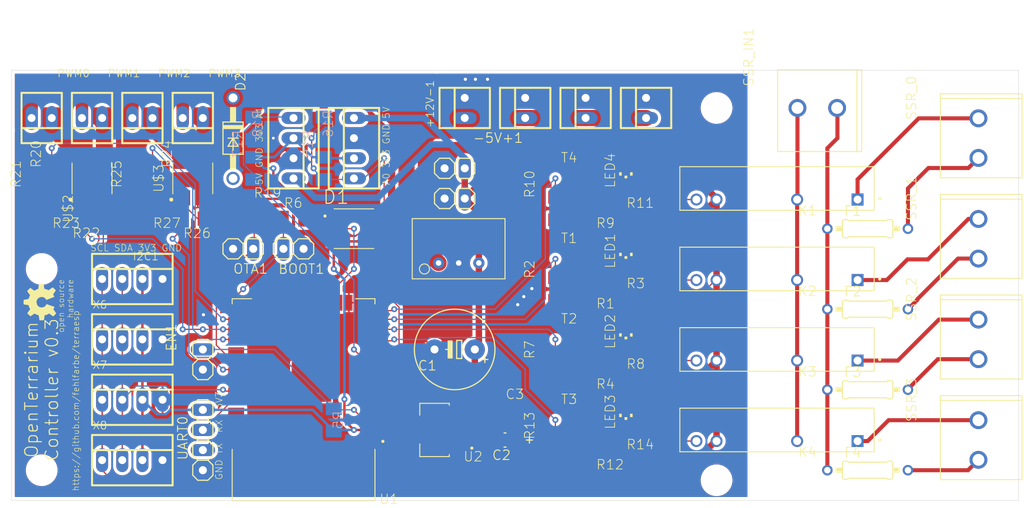
<source format=kicad_pcb>
(kicad_pcb (version 20171130) (host pcbnew 5.1.9-73d0e3b20d~88~ubuntu18.04.1)
  (layers (0 Top signal) (31 Bottom signal) (34 B.Paste user) (35 F.Paste user) (36 B.SilkS user) (37 F.SilkS user) (38 B.Mask user) (39 F.Mask user) (44 Edge.Cuts user))
  (net 0 "")
  (net 1 GND)
  (net 2 +12V)
  (net 3 +5V)
  (net 4 +3V3)
  (net 5 "Net-(U1-Pad37)")
  (net 6 /SCL0)
  (net 7 /TX0)
  (net 8 /RX0)
  (net 9 /SDA0)
  (net 10 /PWM3)
  (net 11 /IO_OTA)
  (net 12 "Net-(U1-Pad29)")
  (net 13 /PWM2)
  (net 14 /PWM1)
  (net 15 /PWM0)
  (net 16 /BOOT)
  (net 17 "Net-(U1-Pad24)")
  (net 18 "Net-(U1-Pad23)")
  (net 19 "Net-(U1-Pad22)")
  (net 20 "Net-(U1-Pad21)")
  (net 21 "Net-(U1-Pad20)")
  (net 22 "Net-(U1-Pad19)")
  (net 23 "Net-(U1-Pad18)")
  (net 24 "Net-(U1-Pad17)")
  (net 25 /IO_STATUS)
  (net 26 /IO_SSR0)
  (net 27 /IO_SSR1)
  (net 28 /IO_SSR2)
  (net 29 /IO_SSR3)
  (net 30 "Net-(U1-Pad10)")
  (net 31 /IO_A1)
  (net 32 /IO_A0)
  (net 33 "Net-(U1-Pad7)")
  (net 34 "Net-(U1-Pad6)")
  (net 35 "Net-(U1-Pad5)")
  (net 36 "Net-(U1-Pad4)")
  (net 37 /EN)
  (net 38 "Net-(K1-Pad1)")
  (net 39 "Net-(K1-Pad2)")
  (net 40 "Net-(K1-Pad4)")
  (net 41 "Net-(F1-Pad2)")
  (net 42 "Net-(F1-Pad1)")
  (net 43 "Net-(R10-Pad2)")
  (net 44 "Net-(LED4-PadA)")
  (net 45 "Net-(K2-Pad1)")
  (net 46 "Net-(K2-Pad4)")
  (net 47 "Net-(F2-Pad2)")
  (net 48 "Net-(R1-Pad2)")
  (net 49 "Net-(LED1-PadA)")
  (net 50 "Net-(K3-Pad1)")
  (net 51 "Net-(K3-Pad4)")
  (net 52 "Net-(F3-Pad2)")
  (net 53 "Net-(R4-Pad2)")
  (net 54 "Net-(LED2-PadA)")
  (net 55 "Net-(K4-Pad1)")
  (net 56 "Net-(K4-Pad4)")
  (net 57 "Net-(F4-Pad2)")
  (net 58 "Net-(R12-Pad2)")
  (net 59 "Net-(LED3-PadA)")
  (net 60 "Net-(D1-Pad1)")
  (net 61 "Net-(PWM0-Pad1)")
  (net 62 "Net-(PWM1-Pad1)")
  (net 63 "Net-(R22-Pad2)")
  (net 64 "Net-(R20-Pad2)")
  (net 65 "Net-(PWM2-Pad1)")
  (net 66 "Net-(PWM3-Pad1)")
  (net 67 "Net-(R26-Pad2)")
  (net 68 "Net-(R24-Pad2)")
  (net 69 "Net-(D2-PadA)")
  (module "" (layer Top) (at 173.9111 82.6136)
    (fp_text reference @HOLE0 hide)
    (fp_text value "" (at 0 0) (layer F.SilkS) (effects (font (size 1.27 1.27))))
    (pad "" np_thru_hole circle (at 0 0) (size 3.2 3.2) (drill 3.2) (layers *.Cu *.Mask))
  )
  (module "" (layer Top) (at 173.9111 129.6036)
    (fp_text reference @HOLE1 hide)
    (fp_text value "" (at 0 0) (layer F.SilkS) (effects (font (size 1.27 1.27))))
    (pad "" np_thru_hole circle (at 0 0) (size 3.2 3.2) (drill 3.2) (layers *.Cu *.Mask))
  )
  (module "" (layer Top) (at 88.8211 128.3336)
    (fp_text reference @HOLE2 hide)
    (fp_text value "" (at 0 0) (layer F.SilkS) (effects (font (size 1.27 1.27))))
    (pad "" np_thru_hole circle (at 0 0) (size 3.2 3.2) (drill 3.2) (layers *.Cu *.Mask))
  )
  (module "" (layer Top) (at 88.8211 102.9336)
    (fp_text reference @HOLE3 hide)
    (fp_text value "" (at 0 0) (layer F.SilkS) (effects (font (size 1.27 1.27))))
    (pad "" np_thru_hole circle (at 0 0) (size 3.2 3.2) (drill 3.2) (layers *.Cu *.Mask))
  )
  (module "terraesp:MODULE_ESP32-WROOM-32(8MB)" (layer Top) (at 121.8411 119.4436 180)
    (fp_text reference U1 (at -9.5 -13.25) (layer F.SilkS) (effects (font (size 1.2065 1.2065) (thickness 0.09652)) (justify left bottom)))
    (fp_text value "ESP32-WROOM-32(8MB)")
    (pad 39 smd rect (at -1 2.24 180) (size 5 5) (layers Top F.Mask) (net 1 GND))
    (pad 38 smd rect (at 8.5 -5.26 180) (size 2 0.9) (layers Top F.Paste F.Mask) (net 1 GND))
    (pad 37 smd rect (at 8.5 -3.99 180) (size 2 0.9) (layers Top F.Paste F.Mask) (net 5 "Net-(U1-Pad37)"))
    (pad 36 smd rect (at 8.5 -2.72 180) (size 2 0.9) (layers Top F.Paste F.Mask) (net 6 /SCL0))
    (pad 35 smd rect (at 8.5 -1.45 180) (size 2 0.9) (layers Top F.Paste F.Mask) (net 7 /TX0))
    (pad 34 smd rect (at 8.5 -0.18 180) (size 2 0.9) (layers Top F.Paste F.Mask) (net 8 /RX0))
    (pad 33 smd rect (at 8.5 1.09 180) (size 2 0.9) (layers Top F.Paste F.Mask) (net 9 /SDA0))
    (pad 32 smd rect (at 8.5 2.36 180) (size 2 0.9) (layers Top F.Paste F.Mask))
    (pad 31 smd rect (at 8.5 3.63 180) (size 2 0.9) (layers Top F.Paste F.Mask) (net 10 /PWM3))
    (pad 30 smd rect (at 8.5 4.9 180) (size 2 0.9) (layers Top F.Paste F.Mask) (net 11 /IO_OTA))
    (pad 29 smd rect (at 8.5 6.17 180) (size 2 0.9) (layers Top F.Paste F.Mask) (net 12 "Net-(U1-Pad29)"))
    (pad 28 smd rect (at 8.5 7.44 180) (size 2 0.9) (layers Top F.Paste F.Mask) (net 13 /PWM2))
    (pad 27 smd rect (at 8.5 8.71 180) (size 2 0.9) (layers Top F.Paste F.Mask) (net 14 /PWM1))
    (pad 26 smd rect (at 8.5 9.98 180) (size 2 0.9) (layers Top F.Paste F.Mask) (net 15 /PWM0))
    (pad 25 smd rect (at 8.5 11.25 180) (size 2 0.9) (layers Top F.Paste F.Mask) (net 16 /BOOT))
    (pad 24 smd rect (at 5.715 12.25 180) (size 0.9 2) (layers Top F.Paste F.Mask) (net 17 "Net-(U1-Pad24)"))
    (pad 23 smd rect (at 4.445 12.25 180) (size 0.9 2) (layers Top F.Paste F.Mask) (net 18 "Net-(U1-Pad23)"))
    (pad 22 smd rect (at 3.175 12.25 180) (size 0.9 2) (layers Top F.Paste F.Mask) (net 19 "Net-(U1-Pad22)"))
    (pad 21 smd rect (at 1.905 12.25 180) (size 0.9 2) (layers Top F.Paste F.Mask) (net 20 "Net-(U1-Pad21)"))
    (pad 20 smd rect (at 0.635 12.25 180) (size 0.9 2) (layers Top F.Paste F.Mask) (net 21 "Net-(U1-Pad20)"))
    (pad 19 smd rect (at -0.635 12.25 180) (size 0.9 2) (layers Top F.Paste F.Mask) (net 22 "Net-(U1-Pad19)"))
    (pad 18 smd rect (at -1.905 12.25 180) (size 0.9 2) (layers Top F.Paste F.Mask) (net 23 "Net-(U1-Pad18)"))
    (pad 17 smd rect (at -3.175 12.25 180) (size 0.9 2) (layers Top F.Paste F.Mask) (net 24 "Net-(U1-Pad17)"))
    (pad 16 smd rect (at -4.445 12.25 180) (size 0.9 2) (layers Top F.Paste F.Mask) (net 25 /IO_STATUS))
    (pad 15 smd rect (at -5.715 12.25 180) (size 0.9 2) (layers Top F.Paste F.Mask) (net 1 GND))
    (pad 14 smd rect (at -8.5 11.25 180) (size 2 0.9) (layers Top F.Paste F.Mask) (net 26 /IO_SSR0))
    (pad 13 smd rect (at -8.5 9.98 180) (size 2 0.9) (layers Top F.Paste F.Mask) (net 27 /IO_SSR1))
    (pad 12 smd rect (at -8.5 8.71 180) (size 2 0.9) (layers Top F.Paste F.Mask) (net 28 /IO_SSR2))
    (pad 11 smd rect (at -8.5 7.44 180) (size 2 0.9) (layers Top F.Paste F.Mask) (net 29 /IO_SSR3))
    (pad 10 smd rect (at -8.5 6.17 180) (size 2 0.9) (layers Top F.Paste F.Mask) (net 30 "Net-(U1-Pad10)"))
    (pad 9 smd rect (at -8.5 4.9 180) (size 2 0.9) (layers Top F.Paste F.Mask) (net 31 /IO_A1))
    (pad 8 smd rect (at -8.5 3.63 180) (size 2 0.9) (layers Top F.Paste F.Mask) (net 32 /IO_A0))
    (pad 7 smd rect (at -8.5 2.36 180) (size 2 0.9) (layers Top F.Paste F.Mask) (net 33 "Net-(U1-Pad7)"))
    (pad 6 smd rect (at -8.5 1.09 180) (size 2 0.9) (layers Top F.Paste F.Mask) (net 34 "Net-(U1-Pad6)"))
    (pad 5 smd rect (at -8.5 -0.18 180) (size 2 0.9) (layers Top F.Paste F.Mask) (net 35 "Net-(U1-Pad5)"))
    (pad 4 smd rect (at -8.5 -1.45 180) (size 2 0.9) (layers Top F.Paste F.Mask) (net 36 "Net-(U1-Pad4)"))
    (pad 3 smd rect (at -8.5 -2.72 180) (size 2 0.9) (layers Top F.Paste F.Mask) (net 37 /EN))
    (pad 2 smd rect (at -8.5 -3.99 180) (size 2 0.9) (layers Top F.Paste F.Mask) (net 4 +3V3))
    (pad 1 smd rect (at -8.5 -5.26 180) (size 2 0.9) (layers Top F.Paste F.Mask) (net 1 GND))
  )
  (module terraesp:RELAY_G3MB202PDC12 (layer Top) (at 181.5311 92.7736 180)
    (fp_text reference K1 (at -2.6082 -3.505) (layer F.SilkS) (effects (font (size 1.208218 1.208218) (thickness 0.096657)) (justify left bottom)))
    (fp_text value G3MB202PDC12)
    (pad 1 thru_hole rect (at -10.16 -1.4) (size 1.508 1.508) (drill 1) (layers *.Cu *.Mask) (net 38 "Net-(K1-Pad1)"))
    (pad 2 thru_hole circle (at -2.54 -1.4) (size 1.508 1.508) (drill 1) (layers *.Cu *.Mask) (net 39 "Net-(K1-Pad2)"))
    (pad 3 thru_hole circle (at 7.62 -1.4) (size 1.508 1.508) (drill 1) (layers *.Cu *.Mask) (net 3 +5V))
    (pad 4 thru_hole circle (at 10.16 -1.4) (size 1.508 1.508) (drill 1) (layers *.Cu *.Mask) (net 40 "Net-(K1-Pad4)"))
  )
  (module terraesp:TSR1-2450 (layer Top) (at 135.8111 104.2036)
    (fp_text reference U$1 hide)
    (fp_text value TSR1-2450 hide)
    (pad 1 thru_hole circle (at 3.05 -2.02 180) (size 1.4224 1.4224) (drill 0.7) (layers *.Cu *.Mask) (net 2 +12V))
    (pad 2 thru_hole circle (at 5.59 -2.02 180) (size 1.4224 1.4224) (drill 0.7) (layers *.Cu *.Mask) (net 1 GND))
    (pad 3 thru_hole circle (at 8.13 -2.02 180) (size 1.4224 1.4224) (drill 0.7) (layers *.Cu *.Mask) (net 3 +5V))
  )
  (module terraesp:691212710002 (layer Top) (at 206.9311 86.4236 270)
    (fp_text reference SSR_0 (at -2.2268 7.7383 90) (layer F.SilkS) (effects (font (size 1.2065 1.2065) (thickness 0.09652)) (justify left bottom)))
    (fp_text value 691212710002)
    (pad 1 thru_hole circle (at -2.5 0 270) (size 2.25 2.25) (drill 1.5) (layers *.Cu *.Mask) (net 38 "Net-(K1-Pad1)"))
    (pad 2 thru_hole circle (at 2.5 0 270) (size 2.25 2.25) (drill 1.5) (layers *.Cu *.Mask) (net 41 "Net-(F1-Pad2)"))
  )
  (module terraesp:691212710002 (layer Top) (at 186.6111 82.6136 180)
    (fp_text reference SSR_IN1 (at 7.9332 2.6583 90) (layer F.SilkS) (effects (font (size 1.2065 1.2065) (thickness 0.09652)) (justify left bottom)))
    (fp_text value 691212710002)
    (pad 1 thru_hole circle (at -2.5 0 180) (size 2.25 2.25) (drill 1.5) (layers *.Cu *.Mask) (net 42 "Net-(F1-Pad1)"))
    (pad 2 thru_hole circle (at 2.5 0 180) (size 2.25 2.25) (drill 1.5) (layers *.Cu *.Mask) (net 39 "Net-(K1-Pad2)"))
  )
  (module terraesp:0207_10 (layer Top) (at 192.9611 97.8536)
    (fp_text reference F1 (at -3.048 -1.524) (layer F.SilkS) (effects (font (size 1.2065 1.2065) (thickness 0.12065)) (justify left bottom)))
    (fp_text value 2A)
    (pad 2 thru_hole circle (at 5.08 0) (size 1.3208 1.3208) (drill 0.8128) (layers *.Cu *.Mask) (net 41 "Net-(F1-Pad2)"))
    (pad 1 thru_hole circle (at -5.08 0) (size 1.3208 1.3208) (drill 0.8128) (layers *.Cu *.Mask) (net 42 "Net-(F1-Pad1)"))
  )
  (module terraesp:1X02 (layer Top) (at 109.1411 114.3636 270)
    (fp_text reference EN1 (at -0.9652 3.2512 90) (layer F.SilkS) (effects (font (size 1.2065 1.2065) (thickness 0.12065)) (justify left bottom)))
    (fp_text value PINHD-1X2)
    (pad 2 thru_hole oval (at 1.27 0) (size 3.048 1.524) (drill 1.016) (layers *.Cu *.Mask) (net 1 GND))
    (pad 1 thru_hole oval (at -1.27 0) (size 3.048 1.524) (drill 1.016) (layers *.Cu *.Mask) (net 37 /EN))
  )
  (module terraesp:M1206 (layer Bottom) (at 125.6511 121.9836 90)
    (fp_text reference R5 (at -1.27 1.27 90) (layer B.SilkS) (effects (font (size 1.2065 1.2065) (thickness 0.09652)) (justify right bottom mirror)))
    (fp_text value 10k)
    (pad 2 smd rect (at 1.4 0 90) (size 1.6 2) (layers Bottom B.Paste B.Mask) (net 37 /EN))
    (pad 1 smd rect (at -1.4 0 90) (size 1.6 2) (layers Bottom B.Paste B.Mask) (net 4 +3V3))
  )
  (module terraesp:M1206 (layer Top) (at 120.5711 96.5836)
    (fp_text reference R6 (at -1.27 -1.27) (layer F.SilkS) (effects (font (size 1.2065 1.2065) (thickness 0.09652)) (justify left bottom)))
    (fp_text value 10k)
    (pad 2 smd rect (at 1.4 0) (size 1.6 2) (layers Top F.Paste F.Mask) (net 4 +3V3))
    (pad 1 smd rect (at -1.4 0) (size 1.6 2) (layers Top F.Paste F.Mask) (net 16 /BOOT))
  )
  (module terraesp:1X02 (layer Top) (at 120.5711 100.3936)
    (fp_text reference BOOT1 (at -1.9812 3.2512) (layer F.SilkS) (effects (font (size 1.2065 1.2065) (thickness 0.12065)) (justify left bottom)))
    (fp_text value PINHD-1X2)
    (pad 2 thru_hole oval (at 1.27 0 90) (size 3.048 1.524) (drill 1.016) (layers *.Cu *.Mask) (net 1 GND))
    (pad 1 thru_hole oval (at -1.27 0 90) (size 3.048 1.524) (drill 1.016) (layers *.Cu *.Mask) (net 16 /BOOT))
  )
  (module terraesp:SOT23 (layer Top) (at 157.4011 91.5036)
    (fp_text reference T4 (at -3.175 -1.905) (layer F.SilkS) (effects (font (size 1.2065 1.2065) (thickness 0.09652)) (justify left bottom)))
    (fp_text value BC850)
    (pad 1 smd rect (at -0.95 1.1) (size 1 1.4) (layers Top F.Paste F.Mask) (net 43 "Net-(R10-Pad2)"))
    (pad 2 smd rect (at 0.95 1.1) (size 1 1.4) (layers Top F.Paste F.Mask) (net 1 GND))
    (pad 3 smd rect (at 0 -1.1) (size 1 1.4) (layers Top F.Paste F.Mask) (net 40 "Net-(K1-Pad4)"))
  )
  (module terraesp:R1206 (layer Top) (at 157.4011 96.5836 180)
    (fp_text reference R9 (at -1.27 -1.27) (layer F.SilkS) (effects (font (size 1.2065 1.2065) (thickness 0.09652)) (justify left bottom)))
    (fp_text value 10k)
    (pad 1 smd rect (at -1.422 0 180) (size 1.6 1.803) (layers Top F.Paste F.Mask) (net 1 GND))
    (pad 2 smd rect (at 1.422 0 180) (size 1.6 1.803) (layers Top F.Paste F.Mask) (net 43 "Net-(R10-Pad2)"))
  )
  (module terraesp:R1206 (layer Top) (at 153.5911 95.3136 270)
    (fp_text reference R10 (at -1.27 2.54 90) (layer F.SilkS) (effects (font (size 1.2065 1.2065) (thickness 0.09652)) (justify left bottom)))
    (fp_text value 1k)
    (pad 1 smd rect (at -1.422 0 270) (size 1.6 1.803) (layers Top F.Paste F.Mask) (net 26 /IO_SSR0))
    (pad 2 smd rect (at 1.422 0 270) (size 1.6 1.803) (layers Top F.Paste F.Mask) (net 43 "Net-(R10-Pad2)"))
  )
  (module terraesp:E5-10,5 (layer Top) (at 140.8911 113.0936 180)
    (fp_text reference C1 (at 4.699 -2.7432) (layer F.SilkS) (effects (font (size 1.2065 1.2065) (thickness 0.12065)) (justify left bottom)))
    (fp_text value CPOL-EUE5-10.5)
    (pad - thru_hole circle (at 2.54 0 180) (size 2.54 2.54) (drill 1.016) (layers *.Cu *.Mask) (net 1 GND))
    (pad + thru_hole circle (at -2.54 0 180) (size 2.54 2.54) (drill 1.016) (layers *.Cu *.Mask) (net 3 +5V))
  )
  (module terraesp:CHIPLED_1206 (layer Top) (at 162.4811 91.5036)
    (fp_text reference LED4 (at -1.27 1.27 90) (layer F.SilkS) (effects (font (size 1.2065 1.2065) (thickness 0.09652)) (justify left bottom)))
    (fp_text value LEDCHIPLED_1206)
    (pad A smd rect (at 0 1.75) (size 1.5 1.5) (layers Top F.Paste F.Mask) (net 44 "Net-(LED4-PadA)"))
    (pad C smd rect (at 0 -1.75) (size 1.5 1.5) (layers Top F.Paste F.Mask) (net 40 "Net-(K1-Pad4)"))
  )
  (module terraesp:R1206 (layer Top) (at 163.7511 96.5836)
    (fp_text reference R11 (at -1.27 -1.27) (layer F.SilkS) (effects (font (size 1.2065 1.2065) (thickness 0.09652)) (justify left bottom)))
    (fp_text value 220)
    (pad 1 smd rect (at -1.422 0) (size 1.6 1.803) (layers Top F.Paste F.Mask) (net 44 "Net-(LED4-PadA)"))
    (pad 2 smd rect (at 1.422 0) (size 1.6 1.803) (layers Top F.Paste F.Mask) (net 3 +5V))
  )
  (module terraesp:RELAY_G3MB202PDC12 (layer Top) (at 181.5311 102.9336 180)
    (fp_text reference K2 (at -2.6082 -3.505) (layer F.SilkS) (effects (font (size 1.208218 1.208218) (thickness 0.096657)) (justify left bottom)))
    (fp_text value G3MB202PDC12)
    (pad 1 thru_hole rect (at -10.16 -1.4) (size 1.508 1.508) (drill 1) (layers *.Cu *.Mask) (net 45 "Net-(K2-Pad1)"))
    (pad 2 thru_hole circle (at -2.54 -1.4) (size 1.508 1.508) (drill 1) (layers *.Cu *.Mask) (net 39 "Net-(K1-Pad2)"))
    (pad 3 thru_hole circle (at 7.62 -1.4) (size 1.508 1.508) (drill 1) (layers *.Cu *.Mask) (net 3 +5V))
    (pad 4 thru_hole circle (at 10.16 -1.4) (size 1.508 1.508) (drill 1) (layers *.Cu *.Mask) (net 46 "Net-(K2-Pad4)"))
  )
  (module terraesp:691212710002 (layer Top) (at 206.9311 99.1236 270)
    (fp_text reference SSR_1 (at -2.2268 7.7383 90) (layer F.SilkS) (effects (font (size 1.2065 1.2065) (thickness 0.09652)) (justify left bottom)))
    (fp_text value 691212710002)
    (pad 1 thru_hole circle (at -2.5 0 270) (size 2.25 2.25) (drill 1.5) (layers *.Cu *.Mask) (net 45 "Net-(K2-Pad1)"))
    (pad 2 thru_hole circle (at 2.5 0 270) (size 2.25 2.25) (drill 1.5) (layers *.Cu *.Mask) (net 47 "Net-(F2-Pad2)"))
  )
  (module terraesp:0207_10 (layer Top) (at 192.9611 108.0136)
    (fp_text reference F2 (at -3.048 -1.524) (layer F.SilkS) (effects (font (size 1.2065 1.2065) (thickness 0.12065)) (justify left bottom)))
    (fp_text value 2A)
    (pad 2 thru_hole circle (at 5.08 0) (size 1.3208 1.3208) (drill 0.8128) (layers *.Cu *.Mask) (net 47 "Net-(F2-Pad2)"))
    (pad 1 thru_hole circle (at -5.08 0) (size 1.3208 1.3208) (drill 0.8128) (layers *.Cu *.Mask) (net 42 "Net-(F1-Pad1)"))
  )
  (module terraesp:SOT23 (layer Top) (at 157.4011 101.6636)
    (fp_text reference T1 (at -3.175 -1.905) (layer F.SilkS) (effects (font (size 1.2065 1.2065) (thickness 0.09652)) (justify left bottom)))
    (fp_text value BC850)
    (pad 1 smd rect (at -0.95 1.1) (size 1 1.4) (layers Top F.Paste F.Mask) (net 48 "Net-(R1-Pad2)"))
    (pad 2 smd rect (at 0.95 1.1) (size 1 1.4) (layers Top F.Paste F.Mask) (net 1 GND))
    (pad 3 smd rect (at 0 -1.1) (size 1 1.4) (layers Top F.Paste F.Mask) (net 46 "Net-(K2-Pad4)"))
  )
  (module terraesp:R1206 (layer Top) (at 157.4011 106.7436 180)
    (fp_text reference R1 (at -1.27 -1.27) (layer F.SilkS) (effects (font (size 1.2065 1.2065) (thickness 0.09652)) (justify left bottom)))
    (fp_text value 10k)
    (pad 1 smd rect (at -1.422 0 180) (size 1.6 1.803) (layers Top F.Paste F.Mask) (net 1 GND))
    (pad 2 smd rect (at 1.422 0 180) (size 1.6 1.803) (layers Top F.Paste F.Mask) (net 48 "Net-(R1-Pad2)"))
  )
  (module terraesp:R1206 (layer Top) (at 153.5911 105.4736 270)
    (fp_text reference R2 (at -1.27 2.54 90) (layer F.SilkS) (effects (font (size 1.2065 1.2065) (thickness 0.09652)) (justify left bottom)))
    (fp_text value 1k)
    (pad 1 smd rect (at -1.422 0 270) (size 1.6 1.803) (layers Top F.Paste F.Mask) (net 27 /IO_SSR1))
    (pad 2 smd rect (at 1.422 0 270) (size 1.6 1.803) (layers Top F.Paste F.Mask) (net 48 "Net-(R1-Pad2)"))
  )
  (module terraesp:CHIPLED_1206 (layer Top) (at 162.4811 101.6636)
    (fp_text reference LED1 (at -1.27 1.27 90) (layer F.SilkS) (effects (font (size 1.2065 1.2065) (thickness 0.09652)) (justify left bottom)))
    (fp_text value LEDCHIPLED_1206)
    (pad A smd rect (at 0 1.75) (size 1.5 1.5) (layers Top F.Paste F.Mask) (net 49 "Net-(LED1-PadA)"))
    (pad C smd rect (at 0 -1.75) (size 1.5 1.5) (layers Top F.Paste F.Mask) (net 46 "Net-(K2-Pad4)"))
  )
  (module terraesp:R1206 (layer Top) (at 163.7511 106.7436)
    (fp_text reference R3 (at -1.27 -1.27) (layer F.SilkS) (effects (font (size 1.2065 1.2065) (thickness 0.09652)) (justify left bottom)))
    (fp_text value 220)
    (pad 1 smd rect (at -1.422 0) (size 1.6 1.803) (layers Top F.Paste F.Mask) (net 49 "Net-(LED1-PadA)"))
    (pad 2 smd rect (at 1.422 0) (size 1.6 1.803) (layers Top F.Paste F.Mask) (net 3 +5V))
  )
  (module terraesp:RELAY_G3MB202PDC12 (layer Top) (at 181.5311 113.0936 180)
    (fp_text reference K3 (at -2.6082 -3.505) (layer F.SilkS) (effects (font (size 1.208218 1.208218) (thickness 0.096657)) (justify left bottom)))
    (fp_text value G3MB202PDC12)
    (pad 1 thru_hole rect (at -10.16 -1.4) (size 1.508 1.508) (drill 1) (layers *.Cu *.Mask) (net 50 "Net-(K3-Pad1)"))
    (pad 2 thru_hole circle (at -2.54 -1.4) (size 1.508 1.508) (drill 1) (layers *.Cu *.Mask) (net 39 "Net-(K1-Pad2)"))
    (pad 3 thru_hole circle (at 7.62 -1.4) (size 1.508 1.508) (drill 1) (layers *.Cu *.Mask) (net 3 +5V))
    (pad 4 thru_hole circle (at 10.16 -1.4) (size 1.508 1.508) (drill 1) (layers *.Cu *.Mask) (net 51 "Net-(K3-Pad4)"))
  )
  (module terraesp:691212710002 (layer Top) (at 206.9311 111.8236 270)
    (fp_text reference SSR_2 (at -2.2268 7.7383 90) (layer F.SilkS) (effects (font (size 1.2065 1.2065) (thickness 0.09652)) (justify left bottom)))
    (fp_text value 691212710002)
    (pad 1 thru_hole circle (at -2.5 0 270) (size 2.25 2.25) (drill 1.5) (layers *.Cu *.Mask) (net 50 "Net-(K3-Pad1)"))
    (pad 2 thru_hole circle (at 2.5 0 270) (size 2.25 2.25) (drill 1.5) (layers *.Cu *.Mask) (net 52 "Net-(F3-Pad2)"))
  )
  (module terraesp:0207_10 (layer Top) (at 192.9611 118.1736)
    (fp_text reference F3 (at -3.048 -1.524) (layer F.SilkS) (effects (font (size 1.2065 1.2065) (thickness 0.12065)) (justify left bottom)))
    (fp_text value 2A)
    (pad 2 thru_hole circle (at 5.08 0) (size 1.3208 1.3208) (drill 0.8128) (layers *.Cu *.Mask) (net 52 "Net-(F3-Pad2)"))
    (pad 1 thru_hole circle (at -5.08 0) (size 1.3208 1.3208) (drill 0.8128) (layers *.Cu *.Mask) (net 42 "Net-(F1-Pad1)"))
  )
  (module terraesp:SOT23 (layer Top) (at 157.4011 111.8236)
    (fp_text reference T2 (at -3.175 -1.905) (layer F.SilkS) (effects (font (size 1.2065 1.2065) (thickness 0.09652)) (justify left bottom)))
    (fp_text value BC850)
    (pad 1 smd rect (at -0.95 1.1) (size 1 1.4) (layers Top F.Paste F.Mask) (net 53 "Net-(R4-Pad2)"))
    (pad 2 smd rect (at 0.95 1.1) (size 1 1.4) (layers Top F.Paste F.Mask) (net 1 GND))
    (pad 3 smd rect (at 0 -1.1) (size 1 1.4) (layers Top F.Paste F.Mask) (net 51 "Net-(K3-Pad4)"))
  )
  (module terraesp:R1206 (layer Top) (at 157.4011 116.9036 180)
    (fp_text reference R4 (at -1.27 -1.27) (layer F.SilkS) (effects (font (size 1.2065 1.2065) (thickness 0.09652)) (justify left bottom)))
    (fp_text value 10k)
    (pad 1 smd rect (at -1.422 0 180) (size 1.6 1.803) (layers Top F.Paste F.Mask) (net 1 GND))
    (pad 2 smd rect (at 1.422 0 180) (size 1.6 1.803) (layers Top F.Paste F.Mask) (net 53 "Net-(R4-Pad2)"))
  )
  (module terraesp:R1206 (layer Top) (at 153.5911 115.6336 270)
    (fp_text reference R7 (at -1.27 2.54 90) (layer F.SilkS) (effects (font (size 1.2065 1.2065) (thickness 0.09652)) (justify left bottom)))
    (fp_text value 1k)
    (pad 1 smd rect (at -1.422 0 270) (size 1.6 1.803) (layers Top F.Paste F.Mask) (net 28 /IO_SSR2))
    (pad 2 smd rect (at 1.422 0 270) (size 1.6 1.803) (layers Top F.Paste F.Mask) (net 53 "Net-(R4-Pad2)"))
  )
  (module terraesp:CHIPLED_1206 (layer Top) (at 162.4811 111.8236)
    (fp_text reference LED2 (at -1.27 1.27 90) (layer F.SilkS) (effects (font (size 1.2065 1.2065) (thickness 0.09652)) (justify left bottom)))
    (fp_text value LEDCHIPLED_1206)
    (pad A smd rect (at 0 1.75) (size 1.5 1.5) (layers Top F.Paste F.Mask) (net 54 "Net-(LED2-PadA)"))
    (pad C smd rect (at 0 -1.75) (size 1.5 1.5) (layers Top F.Paste F.Mask) (net 51 "Net-(K3-Pad4)"))
  )
  (module terraesp:R1206 (layer Top) (at 163.7511 116.9036)
    (fp_text reference R8 (at -1.27 -1.27) (layer F.SilkS) (effects (font (size 1.2065 1.2065) (thickness 0.09652)) (justify left bottom)))
    (fp_text value 220)
    (pad 1 smd rect (at -1.422 0) (size 1.6 1.803) (layers Top F.Paste F.Mask) (net 54 "Net-(LED2-PadA)"))
    (pad 2 smd rect (at 1.422 0) (size 1.6 1.803) (layers Top F.Paste F.Mask) (net 3 +5V))
  )
  (module terraesp:RELAY_G3MB202PDC12 (layer Top) (at 181.5311 123.2536 180)
    (fp_text reference K4 (at -2.6082 -3.505) (layer F.SilkS) (effects (font (size 1.208218 1.208218) (thickness 0.096657)) (justify left bottom)))
    (fp_text value G3MB202PDC12)
    (pad 1 thru_hole rect (at -10.16 -1.4) (size 1.508 1.508) (drill 1) (layers *.Cu *.Mask) (net 55 "Net-(K4-Pad1)"))
    (pad 2 thru_hole circle (at -2.54 -1.4) (size 1.508 1.508) (drill 1) (layers *.Cu *.Mask) (net 39 "Net-(K1-Pad2)"))
    (pad 3 thru_hole circle (at 7.62 -1.4) (size 1.508 1.508) (drill 1) (layers *.Cu *.Mask) (net 3 +5V))
    (pad 4 thru_hole circle (at 10.16 -1.4) (size 1.508 1.508) (drill 1) (layers *.Cu *.Mask) (net 56 "Net-(K4-Pad4)"))
  )
  (module terraesp:691212710002 (layer Top) (at 206.9311 124.5236 270)
    (fp_text reference SSR_3 (at -2.2268 7.7383 90) (layer F.SilkS) (effects (font (size 1.2065 1.2065) (thickness 0.09652)) (justify left bottom)))
    (fp_text value 691212710002)
    (pad 1 thru_hole circle (at -2.5 0 270) (size 2.25 2.25) (drill 1.5) (layers *.Cu *.Mask) (net 55 "Net-(K4-Pad1)"))
    (pad 2 thru_hole circle (at 2.5 0 270) (size 2.25 2.25) (drill 1.5) (layers *.Cu *.Mask) (net 57 "Net-(F4-Pad2)"))
  )
  (module terraesp:0207_10 (layer Top) (at 192.9611 128.3336)
    (fp_text reference F4 (at -3.048 -1.524) (layer F.SilkS) (effects (font (size 1.2065 1.2065) (thickness 0.12065)) (justify left bottom)))
    (fp_text value 2A)
    (pad 2 thru_hole circle (at 5.08 0) (size 1.3208 1.3208) (drill 0.8128) (layers *.Cu *.Mask) (net 57 "Net-(F4-Pad2)"))
    (pad 1 thru_hole circle (at -5.08 0) (size 1.3208 1.3208) (drill 0.8128) (layers *.Cu *.Mask) (net 42 "Net-(F1-Pad1)"))
  )
  (module terraesp:SOT23 (layer Top) (at 157.4011 121.9836)
    (fp_text reference T3 (at -3.175 -1.905) (layer F.SilkS) (effects (font (size 1.2065 1.2065) (thickness 0.09652)) (justify left bottom)))
    (fp_text value BC850)
    (pad 1 smd rect (at -0.95 1.1) (size 1 1.4) (layers Top F.Paste F.Mask) (net 58 "Net-(R12-Pad2)"))
    (pad 2 smd rect (at 0.95 1.1) (size 1 1.4) (layers Top F.Paste F.Mask) (net 1 GND))
    (pad 3 smd rect (at 0 -1.1) (size 1 1.4) (layers Top F.Paste F.Mask) (net 56 "Net-(K4-Pad4)"))
  )
  (module terraesp:R1206 (layer Top) (at 157.4011 127.0636 180)
    (fp_text reference R12 (at -1.27 -1.27) (layer F.SilkS) (effects (font (size 1.2065 1.2065) (thickness 0.09652)) (justify left bottom)))
    (fp_text value 10k)
    (pad 1 smd rect (at -1.422 0 180) (size 1.6 1.803) (layers Top F.Paste F.Mask) (net 1 GND))
    (pad 2 smd rect (at 1.422 0 180) (size 1.6 1.803) (layers Top F.Paste F.Mask) (net 58 "Net-(R12-Pad2)"))
  )
  (module terraesp:R1206 (layer Top) (at 153.5911 125.7936 270)
    (fp_text reference R13 (at -1.27 2.54 90) (layer F.SilkS) (effects (font (size 1.2065 1.2065) (thickness 0.09652)) (justify left bottom)))
    (fp_text value 1k)
    (pad 1 smd rect (at -1.422 0 270) (size 1.6 1.803) (layers Top F.Paste F.Mask) (net 29 /IO_SSR3))
    (pad 2 smd rect (at 1.422 0 270) (size 1.6 1.803) (layers Top F.Paste F.Mask) (net 58 "Net-(R12-Pad2)"))
  )
  (module terraesp:CHIPLED_1206 (layer Top) (at 162.4811 121.9836)
    (fp_text reference LED3 (at -1.27 1.27 90) (layer F.SilkS) (effects (font (size 1.2065 1.2065) (thickness 0.09652)) (justify left bottom)))
    (fp_text value LEDCHIPLED_1206)
    (pad A smd rect (at 0 1.75) (size 1.5 1.5) (layers Top F.Paste F.Mask) (net 59 "Net-(LED3-PadA)"))
    (pad C smd rect (at 0 -1.75) (size 1.5 1.5) (layers Top F.Paste F.Mask) (net 56 "Net-(K4-Pad4)"))
  )
  (module terraesp:R1206 (layer Top) (at 163.7511 127.0636)
    (fp_text reference R14 (at -1.27 -1.27) (layer F.SilkS) (effects (font (size 1.2065 1.2065) (thickness 0.09652)) (justify left bottom)))
    (fp_text value 220)
    (pad 1 smd rect (at -1.422 0) (size 1.6 1.803) (layers Top F.Paste F.Mask) (net 59 "Net-(LED3-PadA)"))
    (pad 2 smd rect (at 1.422 0) (size 1.6 1.803) (layers Top F.Paste F.Mask) (net 3 +5V))
  )
  (module terraesp:SOT229P700X180-4N (layer Top) (at 138.3511 123.2536 180)
    (fp_text reference U2 (at -3.58564 -4.066869) (layer F.SilkS) (effects (font (size 1.208343 1.208343) (thickness 0.096667)) (justify left bottom)))
    (fp_text value AMS1117)
    (pad 4 smd roundrect (at 3.345 0 90) (size 3.24 1.31) (layers Top F.Paste F.Mask) (roundrect_rratio 0.075) (net 4 +3V3))
    (pad 3 smd roundrect (at -3.345 2.29 90) (size 0.93 1.31) (layers Top F.Paste F.Mask) (roundrect_rratio 0.075) (net 3 +5V))
    (pad 2 smd roundrect (at -3.345 0 90) (size 0.93 1.31) (layers Top F.Paste F.Mask) (roundrect_rratio 0.075) (net 4 +3V3))
    (pad 1 smd roundrect (at -3.345 -2.29 90) (size 0.93 1.31) (layers Top F.Paste F.Mask) (roundrect_rratio 0.075) (net 1 GND))
  )
  (module terraesp:CAPCP3216X180N (layer Top) (at 147.2411 124.5236 180)
    (fp_text reference C2 (at 1.7018 -2.6162) (layer F.SilkS) (effects (font (size 1.2065 1.2065) (thickness 0.12065)) (justify left bottom)))
    (fp_text value TAJA226M010R)
    (pad 2 smd rect (at 1.1176 0 270) (size 1.397 1.4478) (layers Top F.Paste F.Mask) (net 4 +3V3))
    (pad 1 smd rect (at -1.1176 0 270) (size 1.397 1.4478) (layers Top F.Paste F.Mask) (net 1 GND))
  )
  (module terraesp:C1206 (layer Top) (at 147.2411 120.7136)
    (fp_text reference C3 (at 0 -1.27) (layer F.SilkS) (effects (font (size 1.2065 1.2065) (thickness 0.09652)) (justify left bottom)))
    (fp_text value C-EUC1206)
    (pad 2 smd rect (at 1.4 0) (size 1.6 1.8) (layers Top F.Paste F.Mask) (net 1 GND))
    (pad 1 smd rect (at -1.4 0) (size 1.6 1.8) (layers Top F.Paste F.Mask) (net 3 +5V))
  )
  (module terraesp:22-23-2021 (layer Top) (at 165.0211 82.6136 90)
    (fp_text reference X1 hide)
    (fp_text value 22-23-2021)
    (pad 2 thru_hole oval (at 1.27 0 180) (size 3.016 1.508) (drill 1) (layers *.Cu *.Mask) (net 1 GND))
    (pad 1 thru_hole oval (at -1.27 0 180) (size 3.016 1.508) (drill 1) (layers *.Cu *.Mask) (net 2 +12V))
  )
  (module terraesp:22-23-2021 (layer Top) (at 157.4011 82.6136 90)
    (fp_text reference X2 hide)
    (fp_text value 22-23-2021)
    (pad 2 thru_hole oval (at 1.27 0 180) (size 3.016 1.508) (drill 1) (layers *.Cu *.Mask) (net 1 GND))
    (pad 1 thru_hole oval (at -1.27 0 180) (size 3.016 1.508) (drill 1) (layers *.Cu *.Mask) (net 2 +12V))
  )
  (module terraesp:22-23-2021 (layer Top) (at 149.7811 82.6136 90)
    (fp_text reference X3 hide)
    (fp_text value 22-23-2021)
    (pad 2 thru_hole oval (at 1.27 0 180) (size 3.016 1.508) (drill 1) (layers *.Cu *.Mask) (net 1 GND))
    (pad 1 thru_hole oval (at -1.27 0 180) (size 3.016 1.508) (drill 1) (layers *.Cu *.Mask) (net 2 +12V))
  )
  (module terraesp:22-23-2021 (layer Top) (at 142.1611 82.6136 90)
    (fp_text reference +12V-1 (at -2.54 -3.81 90) (layer F.SilkS) (effects (font (size 0.9652 0.9652) (thickness 0.09652)) (justify left bottom)))
    (fp_text value 22-23-2021)
    (pad 2 thru_hole oval (at 1.27 0 180) (size 3.016 1.508) (drill 1) (layers *.Cu *.Mask) (net 1 GND))
    (pad 1 thru_hole oval (at -1.27 0 180) (size 3.016 1.508) (drill 1) (layers *.Cu *.Mask) (net 2 +12V))
  )
  (module terraesp:22-23-2041 (layer Top) (at 100.2511 104.2036)
    (fp_text reference I2C1 (at 0 -2.286) (layer F.SilkS) (effects (font (size 0.9652 0.9652) (thickness 0.09652)) (justify left bottom)))
    (fp_text value 22-23-2041)
    (pad 4 thru_hole oval (at 3.81 0 90) (size 3.016 1.508) (drill 1) (layers *.Cu *.Mask) (net 1 GND))
    (pad 3 thru_hole oval (at 1.27 0 90) (size 3.016 1.508) (drill 1) (layers *.Cu *.Mask) (net 4 +3V3))
    (pad 2 thru_hole oval (at -1.27 0 90) (size 3.016 1.508) (drill 1) (layers *.Cu *.Mask) (net 9 /SDA0))
    (pad 1 thru_hole oval (at -3.81 0 90) (size 3.016 1.508) (drill 1) (layers *.Cu *.Mask) (net 6 /SCL0))
  )
  (module terraesp:22-23-2041 (layer Top) (at 100.2511 111.8236)
    (fp_text reference X6 (at -5.08 -3.81) (layer F.SilkS) (effects (font (size 0.9652 0.9652) (thickness 0.09652)) (justify left bottom)))
    (fp_text value 22-23-2041)
    (pad 4 thru_hole oval (at 3.81 0 90) (size 3.016 1.508) (drill 1) (layers *.Cu *.Mask) (net 1 GND))
    (pad 3 thru_hole oval (at 1.27 0 90) (size 3.016 1.508) (drill 1) (layers *.Cu *.Mask) (net 4 +3V3))
    (pad 2 thru_hole oval (at -1.27 0 90) (size 3.016 1.508) (drill 1) (layers *.Cu *.Mask) (net 9 /SDA0))
    (pad 1 thru_hole oval (at -3.81 0 90) (size 3.016 1.508) (drill 1) (layers *.Cu *.Mask) (net 6 /SCL0))
  )
  (module terraesp:22-23-2041 (layer Top) (at 100.2511 119.4436)
    (fp_text reference X7 (at -5.08 -3.81) (layer F.SilkS) (effects (font (size 0.9652 0.9652) (thickness 0.09652)) (justify left bottom)))
    (fp_text value 22-23-2041)
    (pad 4 thru_hole oval (at 3.81 0 90) (size 3.016 1.508) (drill 1) (layers *.Cu *.Mask) (net 1 GND))
    (pad 3 thru_hole oval (at 1.27 0 90) (size 3.016 1.508) (drill 1) (layers *.Cu *.Mask) (net 4 +3V3))
    (pad 2 thru_hole oval (at -1.27 0 90) (size 3.016 1.508) (drill 1) (layers *.Cu *.Mask) (net 9 /SDA0))
    (pad 1 thru_hole oval (at -3.81 0 90) (size 3.016 1.508) (drill 1) (layers *.Cu *.Mask) (net 6 /SCL0))
  )
  (module terraesp:22-23-2041 (layer Top) (at 100.2511 127.0636)
    (fp_text reference X8 (at -5.08 -3.81) (layer F.SilkS) (effects (font (size 0.9652 0.9652) (thickness 0.09652)) (justify left bottom)))
    (fp_text value 22-23-2041)
    (pad 4 thru_hole oval (at 3.81 0 90) (size 3.016 1.508) (drill 1) (layers *.Cu *.Mask) (net 1 GND))
    (pad 3 thru_hole oval (at 1.27 0 90) (size 3.016 1.508) (drill 1) (layers *.Cu *.Mask) (net 4 +3V3))
    (pad 2 thru_hole oval (at -1.27 0 90) (size 3.016 1.508) (drill 1) (layers *.Cu *.Mask) (net 9 /SDA0))
    (pad 1 thru_hole oval (at -3.81 0 90) (size 3.016 1.508) (drill 1) (layers *.Cu *.Mask) (net 6 /SCL0))
  )
  (module terraesp:22-23-2041 (layer Top) (at 128.1911 87.6936 90)
    (fp_text reference A0 hide)
    (fp_text value 22-23-2041)
    (pad 4 thru_hole oval (at 3.81 0 180) (size 3.016 1.508) (drill 1) (layers *.Cu *.Mask) (net 3 +5V))
    (pad 3 thru_hole oval (at 1.27 0 180) (size 3.016 1.508) (drill 1) (layers *.Cu *.Mask) (net 1 GND))
    (pad 2 thru_hole oval (at -1.27 0 180) (size 3.016 1.508) (drill 1) (layers *.Cu *.Mask) (net 4 +3V3))
    (pad 1 thru_hole oval (at -3.81 0 180) (size 3.016 1.508) (drill 1) (layers *.Cu *.Mask) (net 32 /IO_A0))
  )
  (module terraesp:M1206 (layer Bottom) (at 124.3811 90.2336 270)
    (fp_text reference R15 (at -1.27 1.27 90) (layer B.SilkS) (effects (font (size 1.2065 1.2065) (thickness 0.09652)) (justify right bottom mirror)))
    (fp_text value 10k)
    (pad 2 smd rect (at 1.4 0 270) (size 1.6 2) (layers Bottom B.Paste B.Mask) (net 32 /IO_A0))
    (pad 1 smd rect (at -1.4 0 270) (size 1.6 2) (layers Bottom B.Paste B.Mask) (net 4 +3V3))
  )
  (module terraesp:M1206 (layer Bottom) (at 124.3811 85.1536 90)
    (fp_text reference R16 (at -1.27 1.27 90) (layer B.SilkS) (effects (font (size 1.2065 1.2065) (thickness 0.09652)) (justify right bottom mirror)))
    (fp_text value 10k)
    (pad 2 smd rect (at 1.4 0 90) (size 1.6 2) (layers Bottom B.Paste B.Mask) (net 32 /IO_A0))
    (pad 1 smd rect (at -1.4 0 90) (size 1.6 2) (layers Bottom B.Paste B.Mask) (net 1 GND))
  )
  (module terraesp:22-23-2041 (layer Top) (at 120.5711 87.6936 270)
    (fp_text reference A1 hide)
    (fp_text value 22-23-2041)
    (pad 4 thru_hole oval (at 3.81 0) (size 3.016 1.508) (drill 1) (layers *.Cu *.Mask) (net 3 +5V))
    (pad 3 thru_hole oval (at 1.27 0) (size 3.016 1.508) (drill 1) (layers *.Cu *.Mask) (net 1 GND))
    (pad 2 thru_hole oval (at -1.27 0) (size 3.016 1.508) (drill 1) (layers *.Cu *.Mask) (net 4 +3V3))
    (pad 1 thru_hole oval (at -3.81 0) (size 3.016 1.508) (drill 1) (layers *.Cu *.Mask) (net 31 /IO_A1))
  )
  (module terraesp:M1206 (layer Bottom) (at 115.4911 90.2336 270)
    (fp_text reference R17 (at -1.27 1.27 90) (layer B.SilkS) (effects (font (size 1.2065 1.2065) (thickness 0.09652)) (justify right bottom mirror)))
    (fp_text value 10k)
    (pad 2 smd rect (at 1.4 0 270) (size 1.6 2) (layers Bottom B.Paste B.Mask) (net 31 /IO_A1))
    (pad 1 smd rect (at -1.4 0 270) (size 1.6 2) (layers Bottom B.Paste B.Mask) (net 4 +3V3))
  )
  (module terraesp:M1206 (layer Bottom) (at 115.4911 85.1536 90)
    (fp_text reference R18 (at -1.27 1.27 90) (layer B.SilkS) (effects (font (size 1.2065 1.2065) (thickness 0.09652)) (justify right bottom mirror)))
    (fp_text value 10k)
    (pad 2 smd rect (at 1.4 0 90) (size 1.6 2) (layers Bottom B.Paste B.Mask) (net 31 /IO_A1))
    (pad 1 smd rect (at -1.4 0 90) (size 1.6 2) (layers Bottom B.Paste B.Mask) (net 1 GND))
  )
  (module terraesp:1X02 (layer Top) (at 140.8911 94.0436 180)
    (fp_text reference CON0_5V1 hide)
    (fp_text value PINHD-1X2)
    (pad 2 thru_hole oval (at 1.27 0 270) (size 3.048 1.524) (drill 1.016) (layers *.Cu *.Mask) (net 1 GND))
    (pad 1 thru_hole oval (at -1.27 0 270) (size 3.048 1.524) (drill 1.016) (layers *.Cu *.Mask) (net 3 +5V))
  )
  (module terraesp:1X02 (layer Top) (at 140.8911 90.2336 180)
    (fp_text reference -5V+1 (at -2.2352 3.1242) (layer F.SilkS) (effects (font (size 1.2065 1.2065) (thickness 0.12065)) (justify left bottom)))
    (fp_text value PINHD-1X2)
    (pad 2 thru_hole oval (at 1.27 0 270) (size 3.048 1.524) (drill 1.016) (layers *.Cu *.Mask) (net 1 GND))
    (pad 1 thru_hole oval (at -1.27 0 270) (size 3.048 1.524) (drill 1.016) (layers *.Cu *.Mask) (net 3 +5V))
  )
  (module terraesp:M1206 (layer Top) (at 114.2211 96.5836 180)
    (fp_text reference R19 (at -1.27 2.54) (layer F.SilkS) (effects (font (size 1.2065 1.2065) (thickness 0.09652)) (justify left bottom)))
    (fp_text value 10k)
    (pad 2 smd rect (at 1.4 0 180) (size 1.6 2) (layers Top F.Paste F.Mask) (net 4 +3V3))
    (pad 1 smd rect (at -1.4 0 180) (size 1.6 2) (layers Top F.Paste F.Mask) (net 11 /IO_OTA))
  )
  (module terraesp:1X02 (layer Top) (at 114.2211 100.3936 180)
    (fp_text reference OTA1 (at 1.3208 -3.2258) (layer F.SilkS) (effects (font (size 1.2065 1.2065) (thickness 0.12065)) (justify left bottom)))
    (fp_text value PINHD-1X2)
    (pad 2 thru_hole oval (at 1.27 0 270) (size 3.048 1.524) (drill 1.016) (layers *.Cu *.Mask) (net 1 GND))
    (pad 1 thru_hole oval (at -1.27 0 270) (size 3.048 1.524) (drill 1.016) (layers *.Cu *.Mask) (net 11 /IO_OTA))
  )
  (module terraesp:LED_COM-11821 (layer Top) (at 128.1911 97.8536)
    (fp_text reference D1 (at -4 -3) (layer F.SilkS) (effects (font (size 1.6891 1.6891) (thickness 0.135128)) (justify left bottom)))
    (fp_text value COM-11821)
    (pad 6 smd rect (at 2.45 -1.6 180) (size 1.5 1) (layers Top F.Paste F.Mask) (net 1 GND))
    (pad 5 smd rect (at 2.45 0 180) (size 1.5 1) (layers Top F.Paste F.Mask) (net 4 +3V3))
    (pad 4 smd rect (at 2.45 1.6 180) (size 1.5 1) (layers Top F.Paste F.Mask))
    (pad 3 smd rect (at -2.45 1.6) (size 1.5 1) (layers Top F.Paste F.Mask) (net 4 +3V3))
    (pad 2 smd rect (at -2.45 0) (size 1.5 1) (layers Top F.Paste F.Mask) (net 25 /IO_STATUS))
    (pad 1 smd rect (at -2.45 -1.6) (size 1.5 1) (layers Top F.Paste F.Mask) (net 60 "Net-(D1-Pad1)"))
  )
  (module terraesp:SOIC127P600X144-8 (layer Top) (at 95.1711 91.5036 90)
    (fp_text reference U$2 (at -3.81 -2.3236 90) (layer F.SilkS) (effects (font (size 1.2065 1.2065) (thickness 0.09652)) (justify bottom)))
    (fp_text value DMG4800LSD)
    (pad 8 smd rect (at 2.4554 -1.905 90) (size 1.901 0.5991) (layers Top F.Paste F.Mask) (net 61 "Net-(PWM0-Pad1)"))
    (pad 7 smd rect (at 2.4554 -0.635 90) (size 1.901 0.5991) (layers Top F.Paste F.Mask) (net 61 "Net-(PWM0-Pad1)"))
    (pad 6 smd rect (at 2.4554 0.635 90) (size 1.901 0.5991) (layers Top F.Paste F.Mask) (net 62 "Net-(PWM1-Pad1)"))
    (pad 5 smd rect (at 2.4554 1.905 90) (size 1.901 0.5991) (layers Top F.Paste F.Mask) (net 62 "Net-(PWM1-Pad1)"))
    (pad 4 smd rect (at -2.4554 1.905 90) (size 1.901 0.5991) (layers Top F.Paste F.Mask) (net 63 "Net-(R22-Pad2)"))
    (pad 3 smd rect (at -2.4554 0.635 90) (size 1.901 0.5991) (layers Top F.Paste F.Mask) (net 1 GND))
    (pad 2 smd rect (at -2.4554 -0.635 90) (size 1.901 0.5991) (layers Top F.Paste F.Mask) (net 64 "Net-(R20-Pad2)"))
    (pad 1 smd rect (at -2.4554 -1.905 90) (size 1.901 0.5991) (layers Top F.Paste F.Mask) (net 1 GND))
  )
  (module terraesp:R1206 (layer Top) (at 91.3611 91.5036 270)
    (fp_text reference R20 (at -1.27 2.54 90) (layer F.SilkS) (effects (font (size 1.2065 1.2065) (thickness 0.09652)) (justify left bottom)))
    (fp_text value 1k)
    (pad 1 smd rect (at -1.422 0 270) (size 1.6 1.803) (layers Top F.Paste F.Mask) (net 15 /PWM0))
    (pad 2 smd rect (at 1.422 0 270) (size 1.6 1.803) (layers Top F.Paste F.Mask) (net 64 "Net-(R20-Pad2)"))
  )
  (module terraesp:M1206 (layer Top) (at 87.5511 91.5036 90)
    (fp_text reference R21 (at -1.27 -1.27 90) (layer F.SilkS) (effects (font (size 1.2065 1.2065) (thickness 0.09652)) (justify left bottom)))
    (fp_text value 10k)
    (pad 2 smd rect (at 1.4 0 90) (size 1.6 2) (layers Top F.Paste F.Mask) (net 1 GND))
    (pad 1 smd rect (at -1.4 0 90) (size 1.6 2) (layers Top F.Paste F.Mask) (net 64 "Net-(R20-Pad2)"))
  )
  (module terraesp:R1206 (layer Top) (at 95.1711 96.5836)
    (fp_text reference R22 (at -2.54 2.54) (layer F.SilkS) (effects (font (size 1.2065 1.2065) (thickness 0.09652)) (justify left bottom)))
    (fp_text value 1k)
    (pad 1 smd rect (at -1.422 0) (size 1.6 1.803) (layers Top F.Paste F.Mask) (net 14 /PWM1))
    (pad 2 smd rect (at 1.422 0) (size 1.6 1.803) (layers Top F.Paste F.Mask) (net 63 "Net-(R22-Pad2)"))
  )
  (module terraesp:M1206 (layer Top) (at 88.8211 96.5836 180)
    (fp_text reference R23 (at -1.27 -1.27) (layer F.SilkS) (effects (font (size 1.2065 1.2065) (thickness 0.09652)) (justify left bottom)))
    (fp_text value 10k)
    (pad 2 smd rect (at 1.4 0 180) (size 1.6 2) (layers Top F.Paste F.Mask) (net 1 GND))
    (pad 1 smd rect (at -1.4 0 180) (size 1.6 2) (layers Top F.Paste F.Mask) (net 63 "Net-(R22-Pad2)"))
  )
  (module terraesp:SOIC127P600X144-8 (layer Top) (at 107.8711 91.5036 90)
    (fp_text reference U$3 (at 0 -3.5936 90) (layer F.SilkS) (effects (font (size 1.2065 1.2065) (thickness 0.09652)) (justify bottom)))
    (fp_text value DMG4800LSD)
    (pad 8 smd rect (at 2.4554 -1.905 90) (size 1.901 0.5991) (layers Top F.Paste F.Mask) (net 65 "Net-(PWM2-Pad1)"))
    (pad 7 smd rect (at 2.4554 -0.635 90) (size 1.901 0.5991) (layers Top F.Paste F.Mask) (net 65 "Net-(PWM2-Pad1)"))
    (pad 6 smd rect (at 2.4554 0.635 90) (size 1.901 0.5991) (layers Top F.Paste F.Mask) (net 66 "Net-(PWM3-Pad1)"))
    (pad 5 smd rect (at 2.4554 1.905 90) (size 1.901 0.5991) (layers Top F.Paste F.Mask) (net 66 "Net-(PWM3-Pad1)"))
    (pad 4 smd rect (at -2.4554 1.905 90) (size 1.901 0.5991) (layers Top F.Paste F.Mask) (net 67 "Net-(R26-Pad2)"))
    (pad 3 smd rect (at -2.4554 0.635 90) (size 1.901 0.5991) (layers Top F.Paste F.Mask) (net 1 GND))
    (pad 2 smd rect (at -2.4554 -0.635 90) (size 1.901 0.5991) (layers Top F.Paste F.Mask) (net 68 "Net-(R24-Pad2)"))
    (pad 1 smd rect (at -2.4554 -1.905 90) (size 1.901 0.5991) (layers Top F.Paste F.Mask) (net 1 GND))
  )
  (module terraesp:R1206 (layer Top) (at 104.0611 91.5036 270)
    (fp_text reference R24 (at -1.27 -1.27 90) (layer F.SilkS) (effects (font (size 1.2065 1.2065) (thickness 0.09652)) (justify left bottom)))
    (fp_text value 1k)
    (pad 1 smd rect (at -1.422 0 270) (size 1.6 1.803) (layers Top F.Paste F.Mask) (net 13 /PWM2))
    (pad 2 smd rect (at 1.422 0 270) (size 1.6 1.803) (layers Top F.Paste F.Mask) (net 68 "Net-(R24-Pad2)"))
  )
  (module terraesp:M1206 (layer Top) (at 100.2511 91.5036 90)
    (fp_text reference R25 (at -1.27 -1.27 90) (layer F.SilkS) (effects (font (size 1.2065 1.2065) (thickness 0.09652)) (justify left bottom)))
    (fp_text value 10k)
    (pad 2 smd rect (at 1.4 0 90) (size 1.6 2) (layers Top F.Paste F.Mask) (net 1 GND))
    (pad 1 smd rect (at -1.4 0 90) (size 1.6 2) (layers Top F.Paste F.Mask) (net 68 "Net-(R24-Pad2)"))
  )
  (module terraesp:R1206 (layer Top) (at 107.8711 96.5836)
    (fp_text reference R26 (at -1.27 2.54) (layer F.SilkS) (effects (font (size 1.2065 1.2065) (thickness 0.09652)) (justify left bottom)))
    (fp_text value 1k)
    (pad 1 smd rect (at -1.422 0) (size 1.6 1.803) (layers Top F.Paste F.Mask) (net 10 /PWM3))
    (pad 2 smd rect (at 1.422 0) (size 1.6 1.803) (layers Top F.Paste F.Mask) (net 67 "Net-(R26-Pad2)"))
  )
  (module terraesp:M1206 (layer Top) (at 101.5211 96.5836 180)
    (fp_text reference R27 (at -1.27 -1.27) (layer F.SilkS) (effects (font (size 1.2065 1.2065) (thickness 0.09652)) (justify left bottom)))
    (fp_text value 10k)
    (pad 2 smd rect (at 1.4 0 180) (size 1.6 2) (layers Top F.Paste F.Mask) (net 1 GND))
    (pad 1 smd rect (at -1.4 0 180) (size 1.6 2) (layers Top F.Paste F.Mask) (net 67 "Net-(R26-Pad2)"))
  )
  (module terraesp:22-23-2021 (layer Top) (at 88.8211 83.8836 180)
    (fp_text reference PWM0 (at -1.905 5.08) (layer F.SilkS) (effects (font (size 0.9652 0.9652) (thickness 0.09652)) (justify left bottom)))
    (fp_text value 22-23-2021)
    (pad 2 thru_hole oval (at 1.27 0 270) (size 3.016 1.508) (drill 1) (layers *.Cu *.Mask) (net 2 +12V))
    (pad 1 thru_hole oval (at -1.27 0 270) (size 3.016 1.508) (drill 1) (layers *.Cu *.Mask) (net 61 "Net-(PWM0-Pad1)"))
  )
  (module terraesp:22-23-2021 (layer Top) (at 95.1711 83.8836 180)
    (fp_text reference PWM1 (at -1.905 5.08) (layer F.SilkS) (effects (font (size 0.9652 0.9652) (thickness 0.09652)) (justify left bottom)))
    (fp_text value 22-23-2021)
    (pad 2 thru_hole oval (at 1.27 0 270) (size 3.016 1.508) (drill 1) (layers *.Cu *.Mask) (net 2 +12V))
    (pad 1 thru_hole oval (at -1.27 0 270) (size 3.016 1.508) (drill 1) (layers *.Cu *.Mask) (net 62 "Net-(PWM1-Pad1)"))
  )
  (module terraesp:22-23-2021 (layer Top) (at 101.5211 83.8836 180)
    (fp_text reference PWM2 (at -1.905 5.08) (layer F.SilkS) (effects (font (size 0.9652 0.9652) (thickness 0.09652)) (justify left bottom)))
    (fp_text value 22-23-2021)
    (pad 2 thru_hole oval (at 1.27 0 270) (size 3.016 1.508) (drill 1) (layers *.Cu *.Mask) (net 2 +12V))
    (pad 1 thru_hole oval (at -1.27 0 270) (size 3.016 1.508) (drill 1) (layers *.Cu *.Mask) (net 65 "Net-(PWM2-Pad1)"))
  )
  (module terraesp:22-23-2021 (layer Top) (at 107.8711 83.8836 180)
    (fp_text reference PWM3 (at -1.905 5.08) (layer F.SilkS) (effects (font (size 0.9652 0.9652) (thickness 0.09652)) (justify left bottom)))
    (fp_text value 22-23-2021)
    (pad 2 thru_hole oval (at 1.27 0 270) (size 3.016 1.508) (drill 1) (layers *.Cu *.Mask) (net 2 +12V))
    (pad 1 thru_hole oval (at -1.27 0 270) (size 3.016 1.508) (drill 1) (layers *.Cu *.Mask) (net 66 "Net-(PWM3-Pad1)"))
  )
  (module terraesp:1X04 (layer Top) (at 109.1411 124.5236 90)
    (fp_text reference UART0 (at -2.6162 -1.8288 90) (layer F.SilkS) (effects (font (size 1.2065 1.2065) (thickness 0.12065)) (justify left bottom)))
    (fp_text value PINHD-1X4)
    (pad 4 thru_hole oval (at 3.81 0 180) (size 3.048 1.524) (drill 1.016) (layers *.Cu *.Mask) (net 4 +3V3))
    (pad 3 thru_hole oval (at 1.27 0 180) (size 3.048 1.524) (drill 1.016) (layers *.Cu *.Mask) (net 8 /RX0))
    (pad 2 thru_hole oval (at -1.27 0 180) (size 3.048 1.524) (drill 1.016) (layers *.Cu *.Mask) (net 7 /TX0))
    (pad 1 thru_hole oval (at -3.81 0 180) (size 3.048 1.524) (drill 1.016) (layers *.Cu *.Mask) (net 1 GND))
  )
  (module terraesp:OSHW_5MM (layer Top) (at 88.8211 107.1246 90)
    (fp_text reference GOLD_ORB_SM2 hide)
    (fp_text value OSHWLOGOLOGO5MM hide)
    (fp_text user "open source\n  hardware" (at 2.921 2.032 90) (layer F.SilkS) (effects (font (size 0.7239 0.7239) (thickness 0.06096)) (justify right top)))
  )
  (module terraesp:DO41-10 (layer Top) (at 112.9511 86.4236 270)
    (fp_text reference D2 (at -5.842003 -1.650996 90) (layer F.SilkS) (effects (font (size 1.2065 1.2065) (thickness 0.12065)) (justify left bottom)))
    (fp_text value 1N4004)
    (pad C thru_hole circle (at -5.08 0 270) (size 1.6764 1.6764) (drill 1.1176) (layers *.Cu *.Mask) (net 2 +12V))
    (pad A thru_hole circle (at 5.08 0 270) (size 1.6764 1.6764) (drill 1.1176) (layers *.Cu *.Mask) (net 69 "Net-(D2-PadA)"))
  )
  (gr_line (start 85.0111 132.1436) (end 211.9911 132.1436) (layer Edge.Cuts) (width 0.05))
  (gr_line (start 211.9911 132.1436) (end 211.9911 77.8636) (layer Edge.Cuts) (width 0.05))
  (gr_line (start 211.9911 77.8636) (end 85.0111 77.8636) (layer Edge.Cuts) (width 0.05))
  (gr_line (start 85.0111 77.8636) (end 85.0111 132.1436) (layer Edge.Cuts) (width 0.05))
  (gr_text "OpenTerrarium\nController v0.3" (at 88.8211 118.1736 90) (layer F.SilkS) (effects (font (size 1.59258 1.59258) (thickness 0.134112))))
  (gr_text https://github.com/fehlfarbe/terraesp (at 93.1391 119.5706 90) (layer F.SilkS) (effects (font (size 0.77216 0.77216) (thickness 0.065024))))
  (gr_text "GND TX  RX  3V3" (at 111.6811 129.6036 90) (layer F.SilkS) (effects (font (size 0.84455 0.84455) (thickness 0.07112)) (justify left bottom)))
  (gr_text "SCL SDA 3V3 GND" (at 94.9171 100.7746) (layer F.SilkS) (effects (font (size 0.84455 0.84455) (thickness 0.07112)) (justify left bottom)))
  (gr_text "5V GND 3V3 A1" (at 116.7611 92.3926 90) (layer F.SilkS) (effects (font (size 0.84455 0.84455) (thickness 0.07112)) (justify left bottom)))
  (gr_text "A0 3V3 GND 5V" (at 132.7631 92.3926 90) (layer F.SilkS) (effects (font (size 0.84455 0.84455) (thickness 0.07112)) (justify left bottom)))
  (segment (start 158.8231 106.7436) (end 158.3511 106.2716) (width 0.1524) (layer Top) (net 1))
  (segment (start 158.3511 106.2716) (end 158.3511 102.7636) (width 0.1524) (layer Top) (net 1))
  (segment (start 158.3511 92.6036) (end 158.8231 93.0756) (width 0.1524) (layer Top) (net 1))
  (segment (start 158.8231 93.0756) (end 158.8231 96.5836) (width 0.1524) (layer Top) (net 1))
  (segment (start 158.3511 112.9236) (end 158.3511 116.4316) (width 0.1524) (layer Top) (net 1))
  (segment (start 158.3511 116.4316) (end 158.8231 116.9036) (width 0.1524) (layer Top) (net 1))
  (segment (start 158.3511 123.0836) (end 158.3511 126.7436) (width 0.1524) (layer Top) (net 1))
  (segment (start 158.3511 126.7436) (end 158.6711 127.0636) (width 0.1524) (layer Top) (net 1))
  (segment (start 139.6211 94.0436) (end 139.6211 90.2336) (width 0.1524) (layer Top) (net 1))
  (segment (start 124.3811 86.5536) (end 128.0611 86.5536) (width 0.1524) (layer Bottom) (net 1))
  (segment (start 128.0611 86.5536) (end 128.1911 86.4236) (width 0.1524) (layer Bottom) (net 1))
  (segment (start 115.4911 86.5536) (end 115.6211 86.4236) (width 0.1524) (layer Bottom) (net 1))
  (segment (start 115.6211 86.4236) (end 118.0311 86.4236) (width 0.1524) (layer Bottom) (net 1))
  (via (at 118.0311 86.4236) (size 0.7564) (drill 0.35) (layers Top Bottom) (net 1))
  (segment (start 118.0311 86.4236) (end 120.5711 88.9636) (width 0.1524) (layer Top) (net 1))
  (segment (start 107.8711 115.6336) (end 109.1411 115.6336) (width 0.508) (layer Bottom) (net 1))
  (segment (start 108.5061 93.959) (end 108.5061 92.8654) (width 0.8128) (layer Top) (net 1))
  (segment (start 108.5061 92.8654) (end 108.8695 92.502) (width 0.8128) (layer Top) (net 1))
  (segment (start 105.9661 93.959) (end 105.3311 94.594) (width 0.8128) (layer Top) (net 1))
  (segment (start 89.0147 97.751938) (end 89.0147 95.415263) (width 0.508) (layer Top) (net 1))
  (segment (start 89.0147 95.415263) (end 89.252762 95.1772) (width 0.508) (layer Top) (net 1))
  (segment (start 97.7995 99.050488) (end 96.113687 100.7363) (width 0.508) (layer Top) (net 1))
  (segment (start 96.113687 100.7363) (end 91.999062 100.7363) (width 0.508) (layer Top) (net 1))
  (segment (start 91.999062 100.7363) (end 89.0147 97.751938) (width 0.508) (layer Top) (net 1))
  (segment (start 89.252762 95.1772) (end 91.3611 95.1772) (width 0.508) (layer Top) (net 1))
  (segment (start 91.3611 95.1772) (end 91.4975 95.1772) (width 0.508) (layer Top) (net 1))
  (segment (start 95.8061 93.959) (end 95.8061 92.1386) (width 0.6096) (layer Top) (net 1))
  (segment (start 95.8061 92.1386) (end 95.1711 91.5036) (width 0.508) (layer Top) (net 1))
  (segment (start 93.2661 93.959) (end 93.2661 94.6786) (width 0.6096) (layer Top) (net 1))
  (segment (start 93.2661 94.6786) (end 92.6311 95.3136) (width 0.6096) (layer Top) (net 1))
  (segment (start 92.6311 95.3136) (end 91.4975 95.3136) (width 0.6096) (layer Top) (net 1))
  (segment (start 91.4975 95.3136) (end 91.3611 95.1772) (width 0.6096) (layer Top) (net 1))
  (via (at 148.844 107.442) (size 0.8) (drill 0.4) (layers Top Bottom) (net 1))
  (via (at 149.606 106.426) (size 0.8) (drill 0.4) (layers Top Bottom) (net 1))
  (via (at 150.622 105.41) (size 0.8) (drill 0.4) (layers Top Bottom) (net 1))
  (via (at 109.22 108.712) (size 0.8) (drill 0.4) (layers Top Bottom) (net 1))
  (via (at 142.24 78.994) (size 0.8) (drill 0.4) (layers Top Bottom) (net 1))
  (via (at 143.51 78.994) (size 0.8) (drill 0.4) (layers Top Bottom) (net 1))
  (via (at 145.034 78.994) (size 0.8) (drill 0.4) (layers Top Bottom) (net 1))
  (segment (start 142.1611 83.8836) (end 149.7811 83.8836) (width 2.032) (layer Top) (net 2))
  (segment (start 149.7811 83.8836) (end 157.4011 83.8836) (width 2.032) (layer Top) (net 2))
  (segment (start 157.4011 83.8836) (end 165.0211 83.8836) (width 2.032) (layer Top) (net 2))
  (segment (start 139.6211 83.8836) (end 142.1611 83.8836) (width 2.032) (layer Top) (net 2))
  (segment (start 139.6211 83.8836) (end 134.8205 88.6842) (width 2.032) (layer Top) (net 2))
  (segment (start 138.8611 102.1836) (end 134.8205 98.143) (width 2.032) (layer Top) (net 2))
  (segment (start 134.8205 98.143) (end 134.8205 88.6842) (width 2.032) (layer Top) (net 2))
  (segment (start 173.9111 94.1736) (end 173.9111 104.2036) (width 0.8128) (layer Top) (net 3))
  (segment (start 173.9111 104.2036) (end 173.9111 104.3336) (width 0.1524) (layer Top) (net 3))
  (segment (start 173.9111 104.3336) (end 173.9111 114.4936) (width 0.8128) (layer Top) (net 3))
  (segment (start 173.9111 114.4936) (end 173.9111 124.5236) (width 0.8128) (layer Top) (net 3))
  (segment (start 173.9111 124.5236) (end 173.9111 124.6536) (width 0.1524) (layer Top) (net 3))
  (segment (start 165.1731 106.7436) (end 171.3711 106.7436) (width 0.1524) (layer Top) (net 3))
  (segment (start 171.3711 106.7436) (end 173.9111 104.2036) (width 0.1524) (layer Top) (net 3))
  (segment (start 171.5011 116.9036) (end 173.9111 114.4936) (width 0.8128) (layer Top) (net 3))
  (segment (start 165.1731 116.9036) (end 171.5011 116.9036) (width 0.8128) (layer Top) (net 3))
  (segment (start 171.5011 96.5836) (end 173.9111 94.1736) (width 0.8128) (layer Top) (net 3))
  (segment (start 165.1731 96.5836) (end 171.5011 96.5836) (width 0.8128) (layer Top) (net 3))
  (segment (start 165.1731 127.0636) (end 171.3711 127.0636) (width 0.8128) (layer Top) (net 3))
  (segment (start 171.3711 127.0636) (end 173.9111 124.5236) (width 0.8128) (layer Top) (net 3))
  (segment (start 142.1611 90.2336) (end 142.1611 94.0436) (width 0.8128) (layer Top) (net 3))
  (segment (start 145.8411 120.7136) (end 141.9461 120.7136) (width 0.8128) (layer Top) (net 3))
  (segment (start 141.9461 120.7136) (end 141.6961 120.9636) (width 0.1524) (layer Top) (net 3))
  (segment (start 143.9411 102.1836) (end 143.9411 112.5836) (width 0.8128) (layer Top) (net 3))
  (segment (start 143.9411 112.5836) (end 143.4311 113.0936) (width 0.8128) (layer Top) (net 3))
  (segment (start 141.6961 120.9636) (end 143.4311 119.2286) (width 0.8128) (layer Top) (net 3))
  (segment (start 143.4311 119.2286) (end 143.4311 113.0936) (width 0.8128) (layer Top) (net 3))
  (segment (start 143.9411 102.1836) (end 143.9411 95.8236) (width 0.8128) (layer Top) (net 3))
  (segment (start 143.9411 95.8236) (end 142.1611 94.0436) (width 0.8128) (layer Top) (net 3))
  (segment (start 140.4085 87.211) (end 137.0811 83.8836) (width 0.8128) (layer Bottom) (net 3))
  (segment (start 137.0811 83.8836) (end 128.1911 83.8836) (width 0.8128) (layer Bottom) (net 3))
  (segment (start 120.5711 91.5036) (end 120.857812 91.5036) (width 0.8128) (layer Bottom) (net 3))
  (segment (start 120.857812 91.5036) (end 123.286412 93.9322) (width 0.8128) (layer Bottom) (net 3))
  (segment (start 137.940775 87.211) (end 140.4085 87.211) (width 0.8128) (layer Bottom) (net 3))
  (segment (start 142.1611 88.9636) (end 140.4085 87.211) (width 0.8128) (layer Bottom) (net 3))
  (segment (start 142.1611 88.9636) (end 142.1611 90.2336) (width 0.8128) (layer Bottom) (net 3))
  (segment (start 123.286412 93.9322) (end 131.219575 93.9322) (width 0.8128) (layer Bottom) (net 3))
  (segment (start 131.219575 93.9322) (end 137.940775 87.211) (width 0.8128) (layer Bottom) (net 3))
  (segment (start 142.1611 94.0436) (end 149.7811 86.4236) (width 0.8128) (layer Top) (net 3))
  (segment (start 149.7811 86.4236) (end 166.2911 86.4236) (width 0.8128) (layer Top) (net 3))
  (segment (start 166.2911 86.4236) (end 173.9111 94.0436) (width 0.8128) (layer Top) (net 3))
  (segment (start 173.9111 94.0436) (end 173.9111 94.1736) (width 0.8128) (layer Top) (net 3))
  (segment (start 130.3411 123.4336) (end 130.7311 123.4336) (width 0.3048) (layer Top) (net 4))
  (segment (start 130.7311 123.4336) (end 134.8261 123.4336) (width 0.3048) (layer Top) (net 4))
  (segment (start 134.8261 123.4336) (end 135.0061 123.2536) (width 0.3048) (layer Top) (net 4))
  (segment (start 135.0061 123.2536) (end 141.6961 123.2536) (width 0.3048) (layer Top) (net 4))
  (segment (start 141.6961 123.2536) (end 143.4311 123.2536) (width 0.3048) (layer Top) (net 4))
  (segment (start 146.1235 124.5236) (end 144.7011 124.5236) (width 0.3048) (layer Top) (net 4))
  (segment (start 144.7011 124.5236) (end 143.4311 123.2536) (width 0.3048) (layer Top) (net 4))
  (segment (start 121.9711 96.5836) (end 124.8411 99.4536) (width 0.3048) (layer Top) (net 4))
  (segment (start 124.8411 99.4536) (end 125.7411 99.4536) (width 0.3048) (layer Top) (net 4))
  (segment (start 130.6411 97.8536) (end 130.2601 97.8536) (width 0.3048) (layer Top) (net 4))
  (segment (start 130.2601 97.8536) (end 128.6601 99.4536) (width 0.3048) (layer Top) (net 4))
  (segment (start 128.6601 99.4536) (end 125.7411 99.4536) (width 0.3048) (layer Top) (net 4))
  (segment (start 115.4911 88.8336) (end 118.1611 88.8336) (width 0.3048) (layer Bottom) (net 4))
  (segment (start 118.1611 88.8336) (end 120.5711 86.4236) (width 0.3048) (layer Bottom) (net 4))
  (segment (start 128.1911 88.9636) (end 124.5111 88.9636) (width 0.3048) (layer Bottom) (net 4))
  (segment (start 124.5111 88.9636) (end 124.3811 88.8336) (width 0.3048) (layer Bottom) (net 4))
  (segment (start 124.3811 88.8336) (end 122.9811 88.8336) (width 0.3048) (layer Bottom) (net 4))
  (segment (start 122.9811 88.8336) (end 120.5711 86.4236) (width 0.3048) (layer Bottom) (net 4))
  (segment (start 125.7811 123.2536) (end 128.1911 123.2536) (width 0.3048) (layer Bottom) (net 4))
  (via (at 128.1911 123.2536) (size 0.7564) (drill 0.35) (layers Top Bottom) (net 4))
  (segment (start 128.1911 123.2536) (end 130.5511 123.2536) (width 0.3048) (layer Top) (net 4))
  (segment (start 130.5511 123.2536) (end 130.7311 123.4336) (width 0.3048) (layer Top) (net 4))
  (segment (start 125.7411 99.4536) (end 125.6511 99.5436) (width 0.3048) (layer Top) (net 4))
  (segment (start 125.6511 99.5436) (end 125.6511 102.9336) (width 0.3048) (layer Top) (net 4))
  (via (at 125.6511 102.9336) (size 0.7564) (drill 0.35) (layers Top Bottom) (net 4))
  (segment (start 126.99129 104.273791) (end 125.6511 102.9336) (width 0.3048) (layer Bottom) (net 4))
  (segment (start 126.99129 104.273791) (end 126.99129 119.37341) (width 0.3048) (layer Bottom) (net 4))
  (via (at 126.99129 119.37341) (size 0.7564) (drill 0.35) (layers Top Bottom) (net 4))
  (segment (start 126.99129 119.37341) (end 126.99129 122.053791) (width 0.3048) (layer Top) (net 4))
  (segment (start 126.99129 122.053791) (end 128.1911 123.2536) (width 0.3048) (layer Top) (net 4))
  (segment (start 121.802387 96.5836) (end 121.9711 96.5836) (width 0.3048) (layer Top) (net 4))
  (segment (start 112.8211 96.5836) (end 112.8211 95.990313) (width 0.3048) (layer Top) (net 4))
  (segment (start 114.726412 94.085) (end 112.8211 95.990313) (width 0.3048) (layer Top) (net 4))
  (segment (start 119.303787 94.085) (end 121.802387 96.5836) (width 0.3048) (layer Top) (net 4))
  (segment (start 114.726412 94.085) (end 119.303787 94.085) (width 0.3048) (layer Top) (net 4))
  (segment (start 121.9711 96.5836) (end 121.9711 95.3136) (width 0.3048) (layer Top) (net 4))
  (segment (start 121.9711 95.3136) (end 118.0311 91.3736) (width 0.3048) (layer Top) (net 4))
  (segment (start 118.0311 91.3736) (end 118.0311 90.2336) (width 0.3048) (layer Top) (net 4))
  (via (at 118.0311 90.2336) (size 0.7564) (drill 0.35) (layers Top Bottom) (net 4))
  (segment (start 118.0311 90.2336) (end 116.8911 90.2336) (width 0.3048) (layer Bottom) (net 4))
  (segment (start 116.8911 90.2336) (end 115.4911 88.8336) (width 0.3048) (layer Bottom) (net 4))
  (segment (start 101.5211 104.2036) (end 101.5211 111.8236) (width 0.3048) (layer Top) (net 4))
  (segment (start 101.5211 111.8236) (end 101.5211 119.4436) (width 0.3048) (layer Top) (net 4))
  (segment (start 101.5211 127.0636) (end 101.5211 119.4436) (width 0.3048) (layer Top) (net 4))
  (segment (start 109.1411 120.7136) (end 122.9811 120.7136) (width 0.3048) (layer Bottom) (net 4))
  (segment (start 122.9811 120.7136) (end 125.6511 123.3836) (width 0.3048) (layer Bottom) (net 4))
  (segment (start 112.8211 96.7136) (end 112.8211 96.5836) (width 0.3048) (layer Top) (net 4))
  (segment (start 125.6511 123.3836) (end 125.7811 123.2536) (width 0.3048) (layer Bottom) (net 4))
  (segment (start 109.1411 120.7136) (end 105.042475 120.7136) (width 0.3048) (layer Bottom) (net 4))
  (segment (start 105.042475 120.7136) (end 104.499675 121.2564) (width 0.3048) (layer Bottom) (net 4))
  (segment (start 104.499675 121.2564) (end 103.3339 121.2564) (width 0.3048) (layer Bottom) (net 4))
  (segment (start 103.3339 121.2564) (end 101.5211 119.4436) (width 0.3048) (layer Bottom) (net 4))
  (segment (start 96.4411 104.2036) (end 96.4411 111.8236) (width 0.1524) (layer Top) (net 6))
  (segment (start 96.4411 119.4436) (end 96.4411 127.0636) (width 0.1524) (layer Top) (net 6))
  (segment (start 96.4411 111.8236) (end 96.4411 127.0636) (width 0.1524) (layer Top) (net 6))
  (segment (start 96.4411 127.0636) (end 96.4411 128.3336) (width 0.1524) (layer Top) (net 6))
  (segment (start 96.4411 128.3336) (end 97.7111 129.6036) (width 0.1524) (layer Top) (net 6))
  (segment (start 97.7111 129.6036) (end 110.4111 129.6036) (width 0.1524) (layer Top) (net 6))
  (segment (start 110.4111 129.6036) (end 110.4111 129.226525) (width 0.1524) (layer Top) (net 6))
  (segment (start 110.4111 129.226525) (end 111.9859 127.651725) (width 0.1524) (layer Top) (net 6))
  (segment (start 112.9511 122.1636) (end 113.3411 122.1636) (width 0.1524) (layer Top) (net 6))
  (segment (start 112.246412 122.755) (end 112.3597 122.755) (width 0.1524) (layer Top) (net 6))
  (segment (start 112.3597 122.755) (end 112.9511 122.1636) (width 0.1524) (layer Top) (net 6))
  (segment (start 111.9859 123.015513) (end 112.246412 122.755) (width 0.1524) (layer Top) (net 6))
  (segment (start 111.9859 127.651725) (end 111.9859 123.015513) (width 0.1524) (layer Top) (net 6))
  (segment (start 109.1411 125.7936) (end 111.6811 123.2536) (width 0.1524) (layer Top) (net 7))
  (segment (start 111.6811 123.2536) (end 111.6811 121.9836) (width 0.1524) (layer Top) (net 7))
  (segment (start 111.6811 121.9836) (end 112.7711 120.8936) (width 0.1524) (layer Top) (net 7))
  (segment (start 112.7711 120.8936) (end 113.3411 120.8936) (width 0.1524) (layer Top) (net 7))
  (segment (start 109.1411 123.2536) (end 112.7711 119.6236) (width 0.1524) (layer Top) (net 8))
  (segment (start 112.7711 119.6236) (end 113.3411 119.6236) (width 0.1524) (layer Top) (net 8))
  (segment (start 98.9811 104.2036) (end 98.9811 111.8236) (width 0.1524) (layer Top) (net 9))
  (segment (start 98.9811 119.4436) (end 98.9811 127.0636) (width 0.1524) (layer Top) (net 9))
  (segment (start 98.9811 111.8236) (end 98.9811 119.4436) (width 0.1524) (layer Top) (net 9))
  (segment (start 113.3411 118.3536) (end 111.8611 118.3536) (width 0.1524) (layer Top) (net 9))
  (segment (start 111.8611 118.3536) (end 111.6811 118.1736) (width 0.1524) (layer Top) (net 9))
  (via (at 111.6811 118.1736) (size 0.7564) (drill 0.35) (layers Top Bottom) (net 9))
  (segment (start 111.6811 118.1736) (end 104.934706 118.1736) (width 0.1524) (layer Bottom) (net 9))
  (segment (start 104.934706 118.1736) (end 104.468106 117.707) (width 0.1524) (layer Bottom) (net 9))
  (segment (start 104.468106 117.707) (end 100.7177 117.707) (width 0.1524) (layer Bottom) (net 9))
  (segment (start 100.7177 117.707) (end 98.9811 119.4436) (width 0.1524) (layer Bottom) (net 9))
  (segment (start 106.4491 96.5836) (end 106.4491 98.0056) (width 0.1524) (layer Top) (net 10))
  (segment (start 106.4491 98.0056) (end 105.3311 99.1236) (width 0.1524) (layer Top) (net 10))
  (via (at 105.3311 99.1236) (size 0.7564) (drill 0.35) (layers Top Bottom) (net 10))
  (via (at 111.6811 115.6336) (size 0.7564) (drill 0.35) (layers Top Bottom) (net 10))
  (segment (start 107.3885 113.503925) (end 107.968775 114.0842) (width 0.1524) (layer Bottom) (net 10))
  (segment (start 107.968775 114.0842) (end 110.1317 114.0842) (width 0.1524) (layer Bottom) (net 10))
  (segment (start 110.1317 114.0842) (end 111.6811 115.6336) (width 0.1524) (layer Bottom) (net 10))
  (segment (start 105.3311 99.1236) (end 107.3885 101.181) (width 0.1524) (layer Bottom) (net 10))
  (segment (start 107.3885 101.181) (end 107.3885 113.503925) (width 0.1524) (layer Bottom) (net 10))
  (segment (start 111.6811 115.6336) (end 113.1611 115.6336) (width 0.1524) (layer Top) (net 10))
  (segment (start 113.1611 115.6336) (end 113.3411 115.8136) (width 0.1524) (layer Top) (net 10))
  (segment (start 115.6211 96.5836) (end 115.6211 100.2636) (width 0.1524) (layer Top) (net 11))
  (segment (start 115.6211 100.2636) (end 115.4911 100.3936) (width 0.1524) (layer Top) (net 11))
  (segment (start 112.246412 113.9522) (end 110.8425 112.548288) (width 0.1524) (layer Top) (net 11))
  (segment (start 113.3411 114.5436) (end 112.7497 113.9522) (width 0.1524) (layer Top) (net 11))
  (segment (start 112.7497 113.9522) (end 112.246412 113.9522) (width 0.1524) (layer Top) (net 11))
  (segment (start 110.8425 112.548288) (end 110.8425 105.0422) (width 0.1524) (layer Top) (net 11))
  (segment (start 110.8425 105.0422) (end 115.4911 100.3936) (width 0.1524) (layer Top) (net 11))
  (segment (start 102.7911 87.6936) (end 102.7911 88.8116) (width 0.1524) (layer Top) (net 13))
  (segment (start 104.0611 90.0816) (end 102.7911 88.8116) (width 0.1524) (layer Top) (net 13))
  (via (at 102.7911 87.6936) (size 0.7564) (drill 0.35) (layers Top Bottom) (net 13))
  (segment (start 107.8711 92.7736) (end 102.7911 87.6936) (width 0.1524) (layer Bottom) (net 13))
  (segment (start 107.8711 92.7736) (end 107.8711 110.5536) (width 0.1524) (layer Bottom) (net 13))
  (segment (start 107.8711 110.5536) (end 109.1411 111.8236) (width 0.1524) (layer Bottom) (net 13))
  (segment (start 109.1411 111.8236) (end 111.6811 111.8236) (width 0.1524) (layer Bottom) (net 13))
  (via (at 111.6811 111.8236) (size 0.7564) (drill 0.35) (layers Top Bottom) (net 13))
  (segment (start 111.6811 111.8236) (end 113.1611 111.8236) (width 0.1524) (layer Top) (net 13))
  (segment (start 113.1611 111.8236) (end 113.3411 112.0036) (width 0.1524) (layer Top) (net 13))
  (segment (start 93.7491 96.5836) (end 93.7491 97.712432) (width 0.1524) (layer Top) (net 14))
  (segment (start 95.165684 99.129016) (end 93.7491 97.712432) (width 0.1524) (layer Top) (net 14))
  (via (at 95.165684 99.129016) (size 0.7564) (drill 0.35) (layers Top Bottom) (net 14))
  (segment (start 106.6011 102.944432) (end 106.6011 110.5536) (width 0.1524) (layer Bottom) (net 14))
  (via (at 106.6011 110.5536) (size 0.7564) (drill 0.35) (layers Top Bottom) (net 14))
  (segment (start 95.165684 99.129016) (end 102.785684 99.129016) (width 0.1524) (layer Bottom) (net 14))
  (segment (start 106.6011 102.944432) (end 102.785684 99.129016) (width 0.1524) (layer Bottom) (net 14))
  (segment (start 106.6011 110.5536) (end 109.1411 110.5536) (width 0.1524) (layer Top) (net 14))
  (via (at 109.1411 110.5536) (size 0.7564) (drill 0.35) (layers Top Bottom) (net 14))
  (segment (start 109.1411 110.5536) (end 111.6811 110.5536) (width 0.1524) (layer Bottom) (net 14))
  (via (at 111.6811 110.5536) (size 0.7564) (drill 0.35) (layers Top Bottom) (net 14))
  (segment (start 111.6811 110.5536) (end 113.1611 110.5536) (width 0.1524) (layer Top) (net 14))
  (segment (start 113.1611 110.5536) (end 113.3411 110.7336) (width 0.1524) (layer Top) (net 14))
  (segment (start 91.3611 90.0816) (end 90.0911 88.8116) (width 0.1524) (layer Top) (net 15))
  (segment (start 90.0911 88.8116) (end 90.0911 87.6936) (width 0.1524) (layer Top) (net 15))
  (via (at 90.0911 87.6936) (size 0.7564) (drill 0.35) (layers Top Bottom) (net 15))
  (via (at 111.6811 109.2836) (size 0.7564) (drill 0.35) (layers Top Bottom) (net 15))
  (segment (start 108.1759 105.7784) (end 111.6811 109.2836) (width 0.1524) (layer Bottom) (net 15))
  (segment (start 103.04245 87.0868) (end 108.1759 92.22025) (width 0.1524) (layer Bottom) (net 15))
  (segment (start 108.1759 92.22025) (end 108.1759 105.7784) (width 0.1524) (layer Bottom) (net 15))
  (segment (start 90.0911 87.6936) (end 90.6979 87.0868) (width 0.1524) (layer Bottom) (net 15))
  (segment (start 111.6811 109.2836) (end 113.1611 109.2836) (width 0.1524) (layer Top) (net 15))
  (segment (start 113.1611 109.2836) (end 113.3411 109.4636) (width 0.1524) (layer Top) (net 15))
  (segment (start 90.6979 87.0868) (end 103.04245 87.0868) (width 0.1524) (layer Bottom) (net 15))
  (segment (start 119.3011 100.3936) (end 119.3011 96.7136) (width 0.1524) (layer Top) (net 16))
  (segment (start 119.3011 96.7136) (end 119.1711 96.5836) (width 0.1524) (layer Top) (net 16))
  (segment (start 113.3411 108.1936) (end 113.3411 106.3536) (width 0.1524) (layer Top) (net 16))
  (segment (start 113.3411 106.3536) (end 114.2211 105.4736) (width 0.1524) (layer Top) (net 16))
  (via (at 114.2211 105.4736) (size 0.7564) (drill 0.35) (layers Top Bottom) (net 16))
  (segment (start 114.2211 105.4736) (end 119.3011 100.3936) (width 0.1524) (layer Bottom) (net 16))
  (segment (start 125.7411 97.8536) (end 128.1911 97.8536) (width 0.1524) (layer Top) (net 25))
  (via (at 128.1911 97.8536) (size 0.7564) (drill 0.35) (layers Top Bottom) (net 25))
  (segment (start 126.2861 107.1936) (end 126.2861 104.8386) (width 0.1524) (layer Top) (net 25))
  (segment (start 126.2861 104.8386) (end 128.1911 102.9336) (width 0.1524) (layer Top) (net 25))
  (via (at 128.1911 102.9336) (size 0.7564) (drill 0.35) (layers Top Bottom) (net 25))
  (segment (start 128.1911 102.9336) (end 128.1911 97.8536) (width 0.1524) (layer Bottom) (net 25))
  (segment (start 153.5911 93.8916) (end 153.5911 91.5036) (width 0.1524) (layer Top) (net 26))
  (via (at 153.5911 91.5036) (size 0.7564) (drill 0.35) (layers Top Bottom) (net 26))
  (segment (start 133.2711 108.0136) (end 145.9711 108.0136) (width 0.1524) (layer Bottom) (net 26))
  (via (at 133.2711 108.0136) (size 0.7564) (drill 0.35) (layers Top Bottom) (net 26))
  (segment (start 133.2711 108.0136) (end 133.0911 108.1936) (width 0.1524) (layer Top) (net 26))
  (segment (start 133.0911 108.1936) (end 130.3411 108.1936) (width 0.1524) (layer Top) (net 26))
  (segment (start 145.9711 108.0136) (end 152.3211 101.6636) (width 0.1524) (layer Bottom) (net 26))
  (segment (start 152.3211 92.7736) (end 153.5911 91.5036) (width 0.1524) (layer Bottom) (net 26))
  (segment (start 152.3211 92.7736) (end 152.3211 101.6636) (width 0.1524) (layer Bottom) (net 26))
  (segment (start 130.3411 109.4636) (end 130.5211 109.2836) (width 0.1524) (layer Top) (net 27))
  (segment (start 130.5211 109.2836) (end 133.2711 109.2836) (width 0.1524) (layer Top) (net 27))
  (via (at 133.2711 109.2836) (size 0.7564) (drill 0.35) (layers Top Bottom) (net 27))
  (via (at 153.5911 101.6636) (size 0.7564) (drill 0.35) (layers Top Bottom) (net 27))
  (segment (start 153.5911 101.6636) (end 152.3211 102.9336) (width 0.1524) (layer Bottom) (net 27))
  (segment (start 152.3211 106.7436) (end 152.3211 102.9336) (width 0.1524) (layer Bottom) (net 27))
  (segment (start 133.2711 109.2836) (end 149.7811 109.2836) (width 0.1524) (layer Bottom) (net 27))
  (segment (start 153.5911 104.0516) (end 153.5911 101.6636) (width 0.1524) (layer Top) (net 27))
  (segment (start 149.7811 109.2836) (end 152.3211 106.7436) (width 0.1524) (layer Bottom) (net 27))
  (segment (start 130.3411 110.7336) (end 130.5211 110.5536) (width 0.1524) (layer Top) (net 28))
  (segment (start 130.5211 110.5536) (end 133.2711 110.5536) (width 0.1524) (layer Top) (net 28))
  (via (at 133.2711 110.5536) (size 0.7564) (drill 0.35) (layers Top Bottom) (net 28))
  (via (at 153.5911 111.8236) (size 0.7564) (drill 0.35) (layers Top Bottom) (net 28))
  (segment (start 153.5911 111.8236) (end 153.5911 114.2116) (width 0.1524) (layer Top) (net 28))
  (segment (start 153.5911 111.8236) (end 153.5911 111.392538) (width 0.1524) (layer Bottom) (net 28))
  (segment (start 153.5911 111.392538) (end 152.752159 110.5536) (width 0.1524) (layer Bottom) (net 28))
  (segment (start 133.2711 110.5536) (end 152.752159 110.5536) (width 0.1524) (layer Bottom) (net 28))
  (segment (start 130.3411 112.0036) (end 133.0911 112.0036) (width 0.1524) (layer Top) (net 29))
  (segment (start 133.0911 112.0036) (end 133.2711 111.8236) (width 0.1524) (layer Top) (net 29))
  (via (at 133.2711 111.8236) (size 0.7564) (drill 0.35) (layers Top Bottom) (net 29))
  (segment (start 153.5911 124.3716) (end 153.5911 121.9836) (width 0.1524) (layer Top) (net 29))
  (via (at 153.5911 121.9836) (size 0.7564) (drill 0.35) (layers Top Bottom) (net 29))
  (segment (start 149.7811 115.6336) (end 149.7811 118.1736) (width 0.1524) (layer Bottom) (net 29))
  (segment (start 149.7811 118.1736) (end 153.5911 121.9836) (width 0.1524) (layer Bottom) (net 29))
  (segment (start 133.2711 111.8236) (end 137.501756 111.8236) (width 0.1524) (layer Bottom) (net 29))
  (segment (start 137.501756 111.8236) (end 137.730356 111.595) (width 0.1524) (layer Bottom) (net 29))
  (segment (start 137.730356 111.595) (end 145.7425 111.595) (width 0.1524) (layer Bottom) (net 29))
  (segment (start 145.7425 111.595) (end 149.7811 115.6336) (width 0.1524) (layer Bottom) (net 29))
  (segment (start 115.4911 91.6336) (end 115.4911 90.956888) (width 0.1524) (layer Bottom) (net 31))
  (segment (start 115.4911 84.430313) (end 115.4911 83.7536) (width 0.1524) (layer Bottom) (net 31))
  (segment (start 115.4911 90.956888) (end 114.2625 89.728288) (width 0.1524) (layer Bottom) (net 31))
  (segment (start 114.2625 85.658913) (end 115.4911 84.430313) (width 0.1524) (layer Bottom) (net 31))
  (segment (start 114.2625 89.728288) (end 114.2625 85.658913) (width 0.1524) (layer Bottom) (net 31))
  (segment (start 115.4911 83.7536) (end 120.4411 83.7536) (width 0.1524) (layer Bottom) (net 31))
  (segment (start 120.4411 83.7536) (end 120.5711 83.8836) (width 0.1524) (layer Bottom) (net 31))
  (segment (start 115.4911 91.6336) (end 128.1911 104.3336) (width 0.1524) (layer Bottom) (net 31))
  (segment (start 128.1911 104.3336) (end 128.1911 113.0936) (width 0.1524) (layer Bottom) (net 31))
  (via (at 128.1911 113.0936) (size 0.7564) (drill 0.35) (layers Top Bottom) (net 31))
  (segment (start 128.1911 113.0936) (end 129.6411 114.5436) (width 0.1524) (layer Top) (net 31))
  (segment (start 129.6411 114.5436) (end 130.3411 114.5436) (width 0.1524) (layer Top) (net 31))
  (segment (start 128.1911 91.5036) (end 128.0611 91.6336) (width 0.1524) (layer Bottom) (net 32))
  (segment (start 128.0611 91.6336) (end 124.3811 91.6336) (width 0.1524) (layer Bottom) (net 32))
  (segment (start 124.3811 91.6336) (end 123.1111 90.3636) (width 0.1524) (layer Bottom) (net 32))
  (segment (start 123.1111 90.3636) (end 123.1111 90.2336) (width 0.1524) (layer Bottom) (net 32))
  (via (at 123.1111 90.2336) (size 0.7564) (drill 0.35) (layers Top Bottom) (net 32))
  (segment (start 123.1111 90.2336) (end 122.8505 89.973) (width 0.1524) (layer Top) (net 32))
  (segment (start 122.8505 89.973) (end 122.8505 86.4236) (width 0.1524) (layer Top) (net 32))
  (via (at 122.8505 86.4236) (size 0.7564) (drill 0.35) (layers Top Bottom) (net 32))
  (segment (start 122.8505 86.4236) (end 123.1525 86.1216) (width 0.1524) (layer Bottom) (net 32))
  (segment (start 123.1525 86.1216) (end 123.1525 85.658913) (width 0.1524) (layer Bottom) (net 32))
  (segment (start 124.3811 84.430313) (end 124.3811 83.7536) (width 0.1524) (layer Bottom) (net 32))
  (segment (start 123.1525 85.658913) (end 124.3811 84.430313) (width 0.1524) (layer Bottom) (net 32))
  (segment (start 129.4611 91.5036) (end 128.1911 91.5036) (width 0.1524) (layer Bottom) (net 32))
  (segment (start 129.4611 91.5036) (end 132.0011 88.9636) (width 0.1524) (layer Bottom) (net 32))
  (via (at 132.0011 88.9636) (size 0.7564) (drill 0.35) (layers Top Bottom) (net 32))
  (segment (start 132.0011 88.9636) (end 132.0011 105.88545) (width 0.1524) (layer Top) (net 32))
  (segment (start 132.0011 105.88545) (end 133.8779 107.76225) (width 0.1524) (layer Top) (net 32))
  (segment (start 133.8779 107.76225) (end 133.8779 112.780088) (width 0.1524) (layer Top) (net 32))
  (segment (start 133.8779 112.780088) (end 130.844387 115.8136) (width 0.1524) (layer Top) (net 32))
  (segment (start 130.844387 115.8136) (end 130.3411 115.8136) (width 0.1524) (layer Top) (net 32))
  (segment (start 125.6511 120.5836) (end 125.7811 120.7136) (width 0.1524) (layer Bottom) (net 37))
  (segment (start 125.7811 120.7136) (end 128.1911 120.7136) (width 0.1524) (layer Bottom) (net 37))
  (via (at 128.1911 120.7136) (size 0.7564) (drill 0.35) (layers Top Bottom) (net 37))
  (segment (start 128.1911 120.7136) (end 129.6411 122.1636) (width 0.1524) (layer Top) (net 37))
  (segment (start 129.6411 122.1636) (end 130.3411 122.1636) (width 0.1524) (layer Top) (net 37))
  (segment (start 109.1411 113.0936) (end 118.1611 113.0936) (width 0.1524) (layer Bottom) (net 37))
  (segment (start 118.1611 113.0936) (end 125.6511 120.5836) (width 0.1524) (layer Bottom) (net 37))
  (segment (start 199.4011 83.9236) (end 191.6911 91.6336) (width 0.508) (layer Top) (net 38))
  (segment (start 191.6911 94.1736) (end 191.6911 91.6336) (width 0.508) (layer Top) (net 38))
  (segment (start 199.4011 83.9236) (end 206.9311 83.9236) (width 0.508) (layer Top) (net 38))
  (segment (start 184.0711 124.6536) (end 184.0711 114.4936) (width 0.508) (layer Top) (net 39))
  (segment (start 184.0711 114.4936) (end 184.0711 104.3336) (width 0.508) (layer Top) (net 39))
  (segment (start 184.0711 104.3336) (end 184.0711 94.1736) (width 0.508) (layer Top) (net 39))
  (segment (start 184.1111 82.6136) (end 184.1111 94.1336) (width 0.508) (layer Top) (net 39))
  (segment (start 184.1111 94.1336) (end 184.0711 94.1736) (width 0.508) (layer Top) (net 39))
  (segment (start 157.4011 90.4036) (end 158.0511 89.7536) (width 0.1524) (layer Top) (net 40))
  (segment (start 158.0511 89.7536) (end 162.4811 89.7536) (width 0.1524) (layer Top) (net 40))
  (segment (start 162.4811 89.7536) (end 166.9011 94.1736) (width 0.1524) (layer Top) (net 40))
  (segment (start 166.9011 94.1736) (end 171.3711 94.1736) (width 0.1524) (layer Top) (net 40))
  (segment (start 198.0411 97.8536) (end 198.0411 92.7736) (width 0.508) (layer Top) (net 41))
  (segment (start 198.0411 92.7736) (end 200.6211 90.1936) (width 0.508) (layer Top) (net 41))
  (segment (start 205.6611 90.1936) (end 200.6211 90.1936) (width 0.508) (layer Top) (net 41))
  (segment (start 205.6611 90.1936) (end 206.9311 88.9236) (width 0.508) (layer Top) (net 41))
  (segment (start 187.8811 97.8536) (end 187.8811 108.0136) (width 0.508) (layer Top) (net 42))
  (segment (start 187.8811 108.0136) (end 187.8811 118.1736) (width 0.508) (layer Top) (net 42))
  (segment (start 187.8811 118.1736) (end 187.8811 128.3336) (width 0.508) (layer Top) (net 42))
  (segment (start 187.8811 87.6936) (end 189.1511 86.4236) (width 0.508) (layer Top) (net 42))
  (segment (start 189.1511 86.4236) (end 189.1511 82.6536) (width 0.508) (layer Top) (net 42))
  (segment (start 189.1511 82.6536) (end 189.1111 82.6136) (width 0.508) (layer Top) (net 42))
  (segment (start 187.8811 87.6936) (end 187.8811 97.8536) (width 0.508) (layer Top) (net 42))
  (segment (start 156.4511 92.6036) (end 155.9791 93.0756) (width 0.1524) (layer Top) (net 43))
  (segment (start 155.9791 93.0756) (end 155.9791 96.5836) (width 0.1524) (layer Top) (net 43))
  (segment (start 153.620843 96.5836) (end 153.5911 96.7356) (width 0.1524) (layer Top) (net 43))
  (segment (start 153.620843 96.5836) (end 155.9791 96.5836) (width 0.1524) (layer Top) (net 43))
  (segment (start 162.4811 93.2536) (end 162.4811 96.4316) (width 0.1524) (layer Top) (net 44))
  (segment (start 162.4811 96.4316) (end 162.3291 96.5836) (width 0.1524) (layer Top) (net 44))
  (segment (start 197.9761 101.7286) (end 195.3711 104.3336) (width 0.508) (layer Top) (net 45))
  (segment (start 195.3711 104.3336) (end 191.6911 104.3336) (width 0.508) (layer Top) (net 45))
  (segment (start 206.9311 96.6236) (end 205.6611 96.6236) (width 0.508) (layer Top) (net 45))
  (segment (start 205.6611 96.6236) (end 200.5561 101.7286) (width 0.508) (layer Top) (net 45))
  (segment (start 200.5561 101.7286) (end 197.9761 101.7286) (width 0.508) (layer Top) (net 45))
  (segment (start 162.4811 99.9136) (end 166.9011 104.3336) (width 0.1524) (layer Top) (net 46))
  (segment (start 166.9011 104.3336) (end 171.3711 104.3336) (width 0.1524) (layer Top) (net 46))
  (segment (start 157.4011 100.5636) (end 158.0511 99.9136) (width 0.1524) (layer Top) (net 46))
  (segment (start 158.0511 99.9136) (end 162.4811 99.9136) (width 0.1524) (layer Top) (net 46))
  (segment (start 206.9311 101.6236) (end 204.3511 101.6236) (width 0.508) (layer Top) (net 47))
  (segment (start 204.3511 101.6236) (end 199.2311 106.7436) (width 0.508) (layer Top) (net 47))
  (segment (start 199.2311 106.7436) (end 199.2311 106.8236) (width 0.508) (layer Top) (net 47))
  (segment (start 199.2311 106.8236) (end 198.0411 108.0136) (width 0.508) (layer Top) (net 47))
  (segment (start 156.4511 102.7636) (end 156.1311 103.0836) (width 0.1524) (layer Top) (net 48))
  (segment (start 156.1311 103.0836) (end 156.1311 104.7626) (width 0.1524) (layer Top) (net 48))
  (segment (start 156.1311 104.7626) (end 153.5911 106.8956) (width 0.1524) (layer Top) (net 48))
  (segment (start 155.8271 106.8956) (end 155.9791 106.7436) (width 0.1524) (layer Top) (net 48))
  (segment (start 153.5911 106.8956) (end 155.8271 106.8956) (width 0.1524) (layer Top) (net 48))
  (segment (start 162.4811 103.4136) (end 162.4811 106.5916) (width 0.1524) (layer Top) (net 49))
  (segment (start 162.4811 106.5916) (end 162.3291 106.7436) (width 0.1524) (layer Top) (net 49))
  (segment (start 206.9311 109.3236) (end 201.9411 109.3236) (width 0.508) (layer Top) (net 50))
  (segment (start 201.9411 109.3236) (end 196.7711 114.4936) (width 0.508) (layer Top) (net 50))
  (segment (start 196.7711 114.4936) (end 191.6911 114.4936) (width 0.508) (layer Top) (net 50))
  (segment (start 162.4811 110.0736) (end 161.8311 110.7236) (width 0.1524) (layer Top) (net 51))
  (segment (start 161.8311 110.7236) (end 157.4011 110.7236) (width 0.1524) (layer Top) (net 51))
  (segment (start 162.4811 110.0736) (end 166.9011 114.4936) (width 0.1524) (layer Top) (net 51))
  (segment (start 166.9011 114.4936) (end 171.3711 114.4936) (width 0.1524) (layer Top) (net 51))
  (segment (start 198.0411 118.1736) (end 198.0411 118.0936) (width 0.508) (layer Top) (net 52))
  (segment (start 201.8111 114.3236) (end 198.0411 118.0936) (width 0.508) (layer Top) (net 52))
  (segment (start 201.8111 114.3236) (end 206.9311 114.3236) (width 0.508) (layer Top) (net 52))
  (segment (start 156.4511 112.9236) (end 156.4511 116.4316) (width 0.1524) (layer Top) (net 53))
  (segment (start 156.4511 116.4316) (end 155.9791 116.9036) (width 0.1524) (layer Top) (net 53))
  (segment (start 155.9791 116.9036) (end 155.8271 117.0556) (width 0.1524) (layer Top) (net 53))
  (segment (start 155.8271 117.0556) (end 153.5911 117.0556) (width 0.1524) (layer Top) (net 53))
  (segment (start 162.4811 113.5736) (end 162.4811 116.7516) (width 0.1524) (layer Top) (net 54))
  (segment (start 162.4811 116.7516) (end 162.3291 116.9036) (width 0.1524) (layer Top) (net 54))
  (segment (start 191.6911 124.6536) (end 192.9611 124.6536) (width 0.508) (layer Top) (net 55))
  (segment (start 206.9311 122.0236) (end 195.5911 122.0236) (width 0.508) (layer Top) (net 55))
  (segment (start 195.5911 122.0236) (end 192.9611 124.6536) (width 0.508) (layer Top) (net 55))
  (segment (start 157.4011 120.8836) (end 157.4861 120.7986) (width 0.1524) (layer Top) (net 56))
  (segment (start 166.9011 124.6536) (end 171.3711 124.6536) (width 0.1524) (layer Top) (net 56))
  (segment (start 162.4811 120.2336) (end 166.9011 124.6536) (width 0.1524) (layer Top) (net 56))
  (segment (start 162.4811 120.2336) (end 161.9161 120.7986) (width 0.1524) (layer Top) (net 56))
  (segment (start 161.9161 120.7986) (end 157.4861 120.7986) (width 0.1524) (layer Top) (net 56))
  (segment (start 206.9311 127.0236) (end 205.6211 128.3336) (width 0.508) (layer Top) (net 57))
  (segment (start 205.6211 128.3336) (end 198.0411 128.3336) (width 0.508) (layer Top) (net 57))
  (segment (start 155.9791 127.0636) (end 156.0551 126.9876) (width 0.1524) (layer Top) (net 58))
  (segment (start 156.0551 126.9876) (end 156.4511 126.5916) (width 0.1524) (layer Top) (net 58))
  (segment (start 156.4511 126.5916) (end 156.4511 123.0836) (width 0.1524) (layer Top) (net 58))
  (segment (start 153.5911 127.2156) (end 153.598065 126.9876) (width 0.1524) (layer Top) (net 58))
  (segment (start 153.598065 126.9876) (end 156.0551 126.9876) (width 0.1524) (layer Top) (net 58))
  (segment (start 162.3291 127.0636) (end 162.4811 126.9116) (width 0.1524) (layer Top) (net 59))
  (segment (start 162.4811 126.9116) (end 162.4811 123.7336) (width 0.1524) (layer Top) (net 59))
  (segment (start 97.0761 94.0436) (end 97.0761 93.959) (width 0.1524) (layer Top) (net 63))
  (segment (start 96.5931 96.5836) (end 96.5931 94.5266) (width 0.1524) (layer Top) (net 63))
  (segment (start 96.5931 94.5266) (end 97.0761 94.0436) (width 0.1524) (layer Top) (net 63))
  (segment (start 95.913787 100.2537) (end 94.124412 100.2537) (width 0.1524) (layer Top) (net 63))
  (segment (start 90.454312 96.5836) (end 90.2211 96.5836) (width 0.1524) (layer Top) (net 63))
  (segment (start 96.5931 96.5836) (end 96.5931 99.574388) (width 0.1524) (layer Top) (net 63))
  (segment (start 96.5931 99.574388) (end 95.913787 100.2537) (width 0.1524) (layer Top) (net 63))
  (segment (start 94.124412 100.2537) (end 90.454312 96.5836) (width 0.1524) (layer Top) (net 63))
  (segment (start 87.5511 92.9036) (end 91.3391 92.9036) (width 0.1524) (layer Top) (net 64))
  (segment (start 91.3391 92.9036) (end 91.3611 92.9256) (width 0.1524) (layer Top) (net 64))
  (segment (start 92.871862 92.7799) (end 93.660337 92.7799) (width 0.1524) (layer Top) (net 64))
  (segment (start 93.660337 92.7799) (end 93.79425 92.913813) (width 0.1524) (layer Top) (net 64))
  (segment (start 93.79425 92.913813) (end 93.79425 93.21715) (width 0.1524) (layer Top) (net 64))
  (segment (start 93.79425 93.21715) (end 94.5361 93.959) (width 0.1524) (layer Top) (net 64))
  (segment (start 91.3611 92.9256) (end 92.726162 92.9256) (width 0.1524) (layer Top) (net 64))
  (segment (start 92.726162 92.9256) (end 92.871862 92.7799) (width 0.1524) (layer Top) (net 64))
  (segment (start 102.7911 83.8836) (end 102.7911 84.6032) (width 0.8128) (layer Top) (net 65))
  (segment (start 109.2931 96.5836) (end 109.2931 94.442) (width 0.1524) (layer Top) (net 67))
  (segment (start 109.2931 94.442) (end 109.7761 93.959) (width 0.1524) (layer Top) (net 67))
  (segment (start 105.554412 95.4535) (end 107.343787 95.4535) (width 0.1524) (layer Top) (net 67))
  (segment (start 102.9211 96.5836) (end 104.424312 96.5836) (width 0.1524) (layer Top) (net 67))
  (segment (start 108.473887 96.5836) (end 109.2931 96.5836) (width 0.1524) (layer Top) (net 67))
  (segment (start 104.424312 96.5836) (end 105.554412 95.4535) (width 0.1524) (layer Top) (net 67))
  (segment (start 107.343787 95.4535) (end 108.473887 96.5836) (width 0.1524) (layer Top) (net 67))
  (segment (start 100.2511 92.9036) (end 104.0391 92.9036) (width 0.1524) (layer Top) (net 68))
  (segment (start 104.0391 92.9036) (end 104.0611 92.9256) (width 0.1524) (layer Top) (net 68))
  (segment (start 105.571862 92.7799) (end 106.360337 92.7799) (width 0.1524) (layer Top) (net 68))
  (segment (start 106.360337 92.7799) (end 106.49425 92.913813) (width 0.1524) (layer Top) (net 68))
  (segment (start 106.49425 92.913813) (end 106.49425 93.21715) (width 0.1524) (layer Top) (net 68))
  (segment (start 106.49425 93.21715) (end 107.2361 93.959) (width 0.1524) (layer Top) (net 68))
  (segment (start 104.0611 92.9256) (end 105.426162 92.9256) (width 0.1524) (layer Top) (net 68))
  (segment (start 105.426162 92.9256) (end 105.571862 92.7799) (width 0.1524) (layer Top) (net 68))
  (zone (net 1) (net_name GND) (layer Top) (priority 2) (connect_pads (clearance 0.4064)) (min_thickness 0.0762) (fill yes (arc_segments 32) (thermal_gap 0.2024) (thermal_bridge_width 0.2024))
    (polygon (pts (xy 177.7973 132.2198) (xy 84.9349 132.2198) (xy 84.9349 77.4574) (xy 177.7973 77.4574)))
  )
  (zone (net 2) (net_name +12V) (layer Top) (priority 3) (connect_pads yes (clearance 0.4064)) (min_thickness 0.0762) (fill yes (arc_segments 32) (thermal_gap 0.508) (thermal_bridge_width 0.508))
    (polygon (pts (xy 138.4273 82.5374) (xy 146.0473 82.5374) (xy 146.0473 86.4998) (xy 134.509537 86.4998) (xy 130.699536 82.6898) (xy 116.792664 82.6898) (xy 114.252663 85.2298) (xy 84.9349 85.2298) (xy 84.9349 77.4574) (xy 138.4273 77.4574)))
  )
  (zone (net 61) (net_name "Net-(PWM0-Pad1)") (layer Top) (priority 6) (connect_pads yes (clearance 0.4064)) (min_thickness 0.0762) (fill yes (arc_segments 32) (thermal_gap 0.508) (thermal_bridge_width 0.508))
    (polygon (pts (xy 92.7073 85.0774) (xy 95.2473 85.0774) (xy 95.2473 90.3098) (xy 92.5549 90.3098) (xy 92.5549 88.995164) (xy 88.7449 85.185163) (xy 88.7449 82.5374) (xy 92.7073 82.5374)))
  )
  (zone (net 62) (net_name "Net-(PWM1-Pad1)") (layer Top) (priority 4) (connect_pads yes (clearance 0.4064)) (min_thickness 0.0762) (fill yes (arc_segments 32) (thermal_gap 0.508) (thermal_bridge_width 0.508))
    (polygon (pts (xy 97.7873 90.3098) (xy 95.0949 90.3098) (xy 95.0949 82.5374) (xy 97.7873 82.5374)))
  )
  (zone (net 65) (net_name "Net-(PWM2-Pad1)") (layer Top) (priority 6) (connect_pads yes (clearance 0.4064)) (min_thickness 0.0762) (fill yes (arc_segments 32) (thermal_gap 0.508) (thermal_bridge_width 0.508))
    (polygon (pts (xy 105.4073 85.0774) (xy 107.9473 85.0774) (xy 107.9473 90.3098) (xy 105.2549 90.3098) (xy 105.2549 88.995164) (xy 101.4449 85.185163) (xy 101.4449 82.5374) (xy 105.4073 82.5374)))
  )
  (zone (net 66) (net_name "Net-(PWM3-Pad1)") (layer Top) (priority 4) (connect_pads yes (clearance 0.4064)) (min_thickness 0.0762) (fill yes (arc_segments 32) (thermal_gap 0.508) (thermal_bridge_width 0.508))
    (polygon (pts (xy 110.4873 90.3098) (xy 107.7949 90.3098) (xy 107.7949 82.5374) (xy 110.4873 82.5374)))
  )
  (zone (net 1) (net_name GND) (layer Bottom) (priority 6) (connect_pads yes (clearance 0.4064)) (min_thickness 0.0762) (fill yes (arc_segments 32) (thermal_gap 0.508) (thermal_bridge_width 0.508))
    (polygon (pts (xy 177.8 76.454) (xy 177.8 133.096) (xy 83.566 133.096) (xy 83.566 73.66)))
  )
)
</source>
